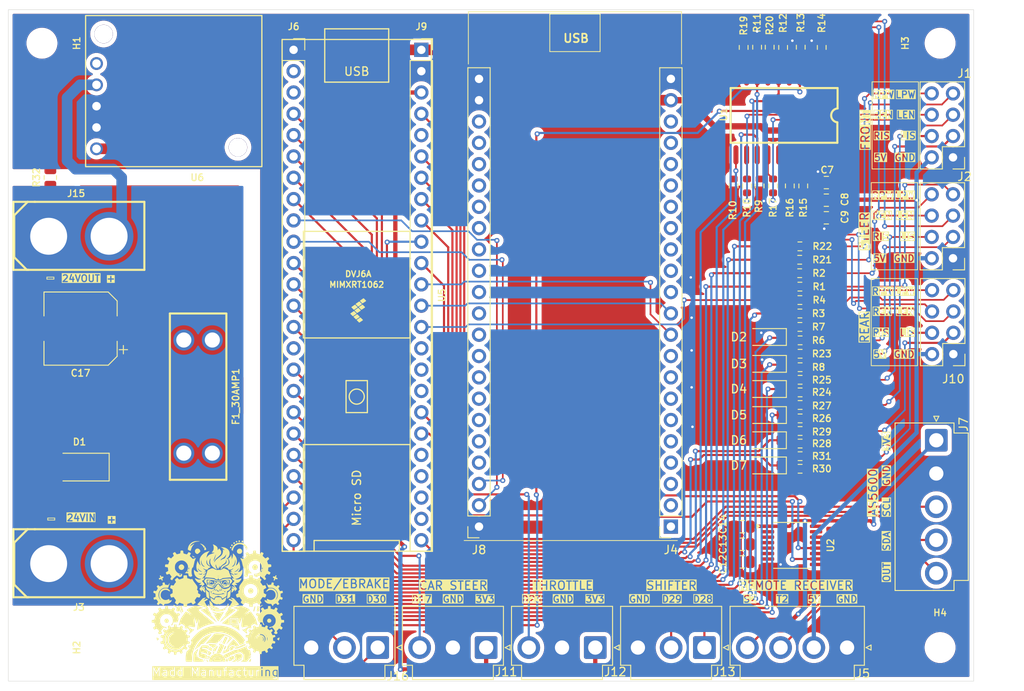
<source format=kicad_pcb>
(kicad_pcb (version 20241229) (generator "pcbnew") (generator_version "9.0")
  (layers (0 "F.Cu" signal) (2 "B.Cu" signal) (13 "F.Paste" user) (15 "B.Paste" user) (5 "F.SilkS" user "F.Silkscreen") (7 "B.SilkS" user "B.Silkscreen") (1 "F.Mask" user) (3 "B.Mask" user) (25 "Edge.Cuts" user))
  (net 0 "")
  (net 1 "+5V")
  (net 2 "GND")
  (net 3 "/PIN_38")
  (net 4 "/PIN_39")
  (net 5 "/PIN_FRONT_LEN")
  (net 6 "+3.3V")
  (net 7 "/FRONT_L_IS")
  (net 8 "GNDPWR")
  (net 9 "/PIN_FRONT_LPWM")
  (net 11 "/FRONT_R_IS")
  (net 12 "/STEER_L_IS")
  (net 13 "/STEER_R_IS")
  (net 14 "/T2")
  (net 15 "/PIN_STEER_LPWM")
  (net 16 "/S2")
  (net 17 "/PIN_STEER_RPWM")
  (net 18 "/PIN_30")
  (net 19 "/PIN_STEER_LEN")
  (net 20 "/PIN_29")
  (net 21 "/PIN_STEER_REN")
  (net 22 "/PIN_9")
  (net 23 "/PIN_3")
  (net 24 "/PIN_31")
  (net 25 "/PIN_27")
  (net 26 "/PIN_19")
  (net 27 "/PIN_20")
  (net 28 "/PIN_21")
  (net 29 "/PIN_22")
  (net 30 "/PIN_23")
  (net 31 "/PIN_24")
  (net 32 "Net-(U1-1Y1)")
  (net 33 "/PIN_REAR_RPWM")
  (net 34 "Net-(U1-1Y2)")
  (net 35 "Net-(U1-1Y3)")
  (net 36 "Net-(U1-1Y4)")
  (net 37 "/PIN_REAR_REN")
  (net 38 "/PIN_FRONT_RPWM")
  (net 39 "Net-(U1-2Y1)")
  (net 40 "Net-(U1-2Y2)")
  (net 41 "/PIN_12")
  (net 42 "/PIN_7")
  (net 43 "/PIN_FRONT_REN")
  (net 44 "/PIN_18")
  (net 45 "/PIN_17")
  (net 46 "/PIN_8")
  (net 47 "/PIN_15")
  (net 48 "/PIN_13")
  (net 49 "/PIN_32")
  (net 50 "/PIN_28")
  (net 51 "/PIN_26")
  (net 52 "/PIN_25")
  (net 54 "/PIN_4")
  (net 55 "/PIN_2")
  (net 56 "/PIN_0")
  (net 59 "/PIN_5")
  (net 61 "/PIN_1")
  (net 62 "/PIN_6")
  (net 63 "/OUT")
  (net 64 "/PIN_14")
  (net 65 "/REAR_L_IS")
  (net 66 "/REAR_R_IS")
  (net 67 "/PIN_REAR_LPWM")
  (net 68 "/PIN_REAR_LEN")
  (net 69 "/PIN_11")
  (net 70 "/PIN_10")
  (net 71 "Net-(J6-Pin_15)")
  (net 72 "/PIN_33")
  (net 74 "Net-(J9-Pin_22)")
  (net 76 "Net-(J9-Pin_21)")
  (net 77 "Net-(J9-Pin_15)")
  (net 79 "Net-(J9-Pin_20)")
  (net 80 "Net-(J9-Pin_17)")
  (net 81 "Net-(J9-Pin_23)")
  (net 83 "Net-(J9-Pin_16)")
  (net 84 "+24V")
  (net 85 "/24VIN")
  (net 92 "Net-(J4-Pin_1)")
  (net 93 "Net-(J4-Pin_15)")
  (net 94 "Net-(J4-Pin_2)")
  (net 95 "Net-(J4-Pin_3)")
  (net 96 "Net-(J4-Pin_13)")
  (net 97 "Net-(J4-Pin_17)")
  (net 98 "Net-(J4-Pin_8)")
  (net 99 "Net-(J4-Pin_6)")
  (net 100 "Net-(J4-Pin_9)")
  (net 101 "Net-(J4-Pin_5)")
  (net 102 "Net-(J4-Pin_20)")
  (net 103 "Net-(J4-Pin_19)")
  (net 104 "Net-(J4-Pin_16)")
  (net 105 "Net-(J4-Pin_14)")
  (net 106 "Net-(J4-Pin_4)")
  (net 107 "Net-(J4-Pin_7)")
  (net 108 "Net-(J4-Pin_18)")
  (net 109 "Net-(J4-Pin_12)")
  (net 110 "Net-(J8-Pin_11)")
  (net 111 "Net-(J8-Pin_14)")
  (net 112 "Net-(J8-Pin_20)")
  (net 113 "Net-(J8-Pin_19)")
  (net 114 "Net-(J8-Pin_6)")
  (net 115 "Net-(J8-Pin_18)")
  (net 116 "Net-(J8-Pin_15)")
  (net 117 "Net-(J8-Pin_17)")
  (net 118 "Net-(J8-Pin_5)")
  (net 119 "Net-(J8-Pin_8)")
  (net 120 "Net-(J8-Pin_10)")
  (net 121 "Net-(J8-Pin_4)")
  (net 122 "Net-(J8-Pin_12)")
  (net 123 "Net-(J8-Pin_7)")
  (net 124 "Net-(J8-Pin_16)")
  (net 125 "Net-(J8-Pin_13)")
  (net 126 "Net-(J8-Pin_9)")
  (footprint "Resistor_SMD:R_0603_1608Metric" (layer "F.Cu") (at 169.5 57 -90)
    (property "Reference" "R9")
    (property "Value" "10k")
  )
  (footprint "Resistor_SMD:R_0603_1608Metric" (layer "F.Cu") (at 174.3 73.8 180)
    (property "Reference" "R7")
    (property "Value" "3.3k")
  )
  (footprint "Resistor_SMD:R_0603_1608Metric" (layer "F.Cu") (at 174.325 89.2)
    (property "Reference" "R31")
    (property "Value" "1.8k")
  )
  (footprint "Resistor_SMD:R_0603_1608Metric" (layer "F.Cu") (at 172.3 40.5 90)
    (property "Reference" "R12")
    (property "Value" "10k")
  )
  (footprint "Library:D24V50F5" (layer "F.Cu") (at 89.2 36.705 -90)
    (property "Reference" "U6")
    (property "Value" "D24V50F5")
  )
  (footprint "Capacitor_SMD:C_0805_2012Metric" (layer "F.Cu") (at 167.4325 99.695 180)
    (property "Reference" "C13")
    (property "Value" "1uF")
  )
  (footprint "Resistor_SMD:R_0603_1608Metric" (layer "F.Cu") (at 176.9 40.5 90)
    (property "Reference" "R14")
    (property "Value" "10k")
  )
  (footprint "Connector_PinHeader_2.54mm:PinHeader_2x04_P2.54mm_Vertical" (layer "F.Cu") (at 192.54 53.6 180)
    (property "Reference" "J1")
    (property "Value" "Conn_02x04_Odd_Even")
  )
  (footprint "Resistor_SMD:R_0603_1608Metric" (layer "F.Cu") (at 174.7 57 -90)
    (property "Reference" "R15")
    (property "Value" "33R")
  )
  (footprint "MountingHole:MountingHole_3.2mm_M3" (layer "F.Cu") (at 84 40 -90)
    (property "Reference" "H1")
    (property "Value" "MountingHole")
  )
  (footprint "Capacitor_SMD:C_0805_2012Metric" (layer "F.Cu") (at 167.4325 97.595 180)
    (property "Reference" "C14")
    (property "Value" "10uF")
  )
  (footprint "Capacitor_SMD:C_0805_2012Metric" (layer "F.Cu") (at 177.45 56.6 180)
    (property "Reference" "C7")
    (property "Value" "100nF")
  )
  (footprint "MountingHole:MountingHole_3.2mm_M3" (layer "F.Cu") (at 191 40 90)
    (property "Reference" "H3")
    (property "Value" "MountingHole")
  )
  (footprint "Capacitor_SMD:C_0805_2012Metric" (layer "F.Cu") (at 167.4325 101.795 180)
    (property "Reference" "C12")
    (property "Value" "100nF")
  )
  (footprint "Resistor_SMD:R_0603_1608Metric" (layer "F.Cu") (at 174.275 67.4)
    (property "Reference" "R2")
    (property "Value" "33R")
  )
  (footprint "Resistor_SMD:R_0603_1608Metric" (layer "F.Cu") (at 174.325 84.7 180)
    (property "Reference" "R26")
    (property "Value" "3.3k")
  )
  (footprint "Resistor_SMD:R_0603_1608Metric" (layer "F.Cu") (at 171.1 57 -90)
    (property "Reference" "R17")
    (property "Value" "33R")
  )
  (footprint "Diode_SMD:D_SOD-123" (layer "F.Cu") (at 170.325 90.3 180)
    (property "Reference" "D7")
    (property "Value" "3.4V")
  )
  (footprint "Library:JST_VH_B4P-VH-B_1x04_P3.96mm_Vertical" (layer "F.Cu") (at 179.92 112 180)
    (property "Reference" "J5")
    (property "Value" "Conn_01x04")
  )
  (footprint "Resistor_SMD:R_0603_1608Metric" (layer "F.Cu") (at 166.4 57 -90)
    (property "Reference" "R10")
    (property "Value" "10k")
  )
  (footprint "Resistor_SMD:R_0603_1608Metric" (layer "F.Cu") (at 174.325 75.4)
    (property "Reference" "R6")
    (property "Value" "1.8k")
  )
  (footprint "Resistor_SMD:R_0603_1608Metric" (layer "F.Cu") (at 174.325 83.1)
    (property "Reference" "R27")
    (property "Value" "1.8k")
  )
  (footprint "Resistor_SMD:R_0805_2012Metric" (layer "F.Cu") (at 85 56 90)
    (property "Reference" "R32")
    (property "Value" "0R")
  )
  (footprint "Diode_SMD:D_SOD-123" (layer "F.Cu") (at 170.325 87.3 180)
    (property "Reference" "D6")
    (property "Value" "3.4V")
  )
  (footprint "Resistor_SMD:R_0603_1608Metric" (layer "F.Cu") (at 174.325 78.6 180)
    (property "Reference" "R8")
    (property "Value" "3.3k")
  )
  (footprint "Resistor_SMD:R_0603_1608Metric" (layer "F.Cu") (at 174.3 64.2)
    (property "Reference" "R22")
    (property "Value" "33R")
  )
  (footprint "Capacitor_SMD:CP_Elec_8x10.5" (layer "F.Cu") (at 88.6 74 180)
    (property "Reference" "C17")
    (property "Value" "220uF/35V")
  )
  (footprint "Package_SO:TSSOP-16_4.4x5mm_P0.65mm" (layer "F.Cu") (at 173.3625 99.825)
    (property "Reference" "U2")
    (property "Value" "CD74HC4050")
  )
  (footprint "Connector_PinSocket_2.54mm:PinSocket_1x24_P2.54mm_Vertical" (layer "F.Cu") (at 129.2 40.79)
    (property "Reference" "J9")
    (property "Value" "Conn_01x24")
  )
  (footprint "Resistor_SMD:R_0603_1608Metric" (layer "F.Cu") (at 174.325 87.7 180)
    (property "Reference" "R28")
    (property "Value" "3.3k")
  )
  (footprint "Diode_SMD:D_SOD-123" (layer "F.Cu") (at 170.325 81.2 180)
    (property "Reference" "D4")
    (property "Value" "3.4V")
  )
  (footprint "Library:FUSE-TH_4P-L19.8-W6.7_3557-2" (layer "F.Cu") (at 102.6 82.1 -90)
    (property "Reference" "F1_30AMP1")
    (property "Value" "Fuse")
  )
  (footprint "Resistor_SMD:R_0603_1608Metric" (layer "F.Cu") (at 174.275 65.8)
    (property "Reference" "R21")
    (property "Value" "33R")
  )
  (footprint "Library:CONN-TH_XT60" (layer "F.Cu") (at 88.4 63)
    (property "Reference" "J15")
    (property "Value" "XT60-M.")
  )
  (footprint "Connector_PinHeader_2.54mm:PinHeader_2x04_P2.54mm_Vertical" (layer "F.Cu") (at 192.54 65.62 180)
    (property "Reference" "J2")
    (property "Value" "Conn_02x04_Odd_Even")
  )
  (footprint "Resistor_SMD:R_0603_1608Metric" (layer "F.Cu") (at 168 57 -90)
    (property "Reference" "R18")
    (property "Value" "33R")
  )
  (footprint "Resistor_SMD:R_0603_1608Metric" (layer "F.Cu") (at 170.7 40.475 90)
    (property "Reference" "R20")
    (property "Value" "33R")
  )
  (footprint "Resistor_SMD:R_0603_1608Metric" (layer "F.Cu") (at 174.3 69)
    (property "Reference" "R1")
    (property "Value" "33R")
  )
  (footprint "LOGO" (layer "F.Cu") (at 105 106.5)
    (property "Reference" "G***" (hide yes))
    (property "Value" "LOGO" (hide yes))
  )
  (footprint "Library:JST_VH_B3P-VH-B_1x03_P3.96mm_Vertical" (layer "F.Cu") (at 136.92 112 180)
    (property "Reference" "J11")
    (property "Value" "Conn_01x03")
  )
  (footprint "Library:SOIC-20_L12.8-W7.5-P1.27-LS10.3-BL" (layer "F.Cu") (at 172.4 48.6 180)
    (property "Reference" "U1")
    (property "Value" "SN74AHCT244")
  )
  (footprint "Diode_SMD:D_SMA" (layer "F.Cu") (at 88.5 90.5 180)
    (property "Reference" "D1")
    (property "Value" "SMAJ33A")
  )
  (footprint "Resistor_SMD:R_0603_1608Metric" (layer "F.Cu") (at 174.4 40.475 90)
    (property "Reference" "R13")
    (property "Value" "10k")
  )
  (footprint "Diode_SMD:D_SOD-123" (layer "F.Cu") (at 170.325 75 180)
    (property "Reference" "D2")
    (property "Value" "3.4V")
  )
  (footprint "Connector_PinHeader_2.54mm:PinHeader_2x04_P2.54mm_Vertical" (layer "F.Cu") (at 192.58 77.04 180)
    (property "Reference" "J10")
    (property "Value" "Conn_02x04_Odd_Even")
  )
  (footprint "Connector_PinSocket_2.54mm:PinSocket_1x22_P2.54mm_Vertical" (layer "F.Cu") (at 158.93 97.59 180)
    (property "Reference" "J4")
    (property "Value" "Conn_01x22")
  )
  (footprint "Resistor_SMD:R_0603_1608Metric" (layer "F.Cu") (at 174.325 81.6 180)
    (property "Reference" "R24")
    (property "Value" "3.3k")
  )
  (footprint "Resistor_SMD:R_0603_1608Metric" (layer "F.Cu") (at 167.6 40.5 90)
    (property "Reference" "R19")
    (property "Value" "33R")
  )
  (footprint "Library:Teensy41" (layer "F.Cu") (at 121.5 70.035 -90)
    (property "Reference" "U5")
    (property "Value" "Teensy4.1")
  )
  (footprint "Resistor_SMD:R_0603_1608Metric" (layer "F.Cu") (at 174.3 70.6)
    (property "Reference" "R4")
    (property "Value" "33R")
  )
  (footprint "Diode_SMD:D_SOD-123" (layer "F.Cu") (at 170.325 84.3 180)
    (property "Reference" "D5")
    (property "Value" "3.4V")
  )
  (footprint "Resistor_SMD:R_0603_1608Metric" (layer "F.Cu") (at 169.2 40.475 90)
    (property "Reference" "R11")
    (property "Value" "10k")
  )
  (footprint "MountingHole:MountingHole_3.2mm_M3" (layer "F.Cu") (at 84 112 -90)
    (property "Reference" "H2")
    (property "Value" "MountingHole")
  )
  (footprint "Library:JST_VH_B3P-VH-B_1x03_P3.96mm_Vertical" (layer "F.Cu") (at 149.92 112 180)
    (property "Reference" "J12")
    (property "Value" "Conn_01x03")
  )
  (footprint "Diode_SMD:D_SOD-123" (layer "F.Cu") (at 170.325 78.2 180)
    (property "Reference" "D3")
    (property "Value" "3.4V")
  )
  (footprint "Connector_PinSocket_2.54mm:PinSocket_1x22_P2.54mm_Vertical" (layer "F.Cu") (at 136.07 97.59 180)
    (property "Reference" "J8")
    (property "Value" "Conn_01x22")
  )
  (footprint "Library:JST_VH_B3P-VH-B_1x03_P3.96mm_Vertical" (layer "F.Cu") (at 162.92 112 180)
    (property "Reference" "J13")
    (property "Value" "Conn_01x03")
  )
  (footprint "Capacitor_SMD:C_0805_2012Metric" (layer "F.Cu") (at 177.45 58.7 180)
    (property "Reference" "C8")
    (property "Value" "1uF")
  )
  (footprint "Resistor_SMD:R_0603_1608Metric" (layer "F.Cu") (at 174.3 72.2)
    (property "Reference" "R3")
    (property "Value" "33R")
  )
  (footprint "Capacitor_SMD:C_0805_2012Metric" (layer "F.Cu") (at 177.45 60.8 180)
    (property "Reference" "C9")
    (property "Value" "10uF")
  )
  (footprint "Library:CONN-TH_XT60" (layer "F.Cu") (at 88.4 102)
    (property "Reference" "J3")
    (property "Value" "XT60-M.")
  )
  (footprint "Resistor_SMD:R_0603_1608Metric" (layer "F.Cu") (at 173.1 57 -90)
    (property "Reference" "R16")
    (property "Value" "33R")
  )
  (footprint "Resistor_SMD:R_0603_1608Metric" (layer "F.Cu") (at 174.325 77)
    (property "Reference" "R23")
    (property "Value" "1.8k")
  )
  (footprint "Resistor_SMD:R_0603_1608Metric" (layer "F.Cu") (at 174.325 86.2)
    (property "Reference" "R29")
    (property "Value" "1.8k")
  )
  (footprint "Resistor_SMD:R_0603_1608Metric" (layer "F.Cu") (at 174.325 90.7 180)
    (property "Reference" "R30")
    (property "Value" "3.3k")
  )
  (footprint "Library:JST_VH_B3P-VH-B_1x03_P3.96mm_Vertical" (layer "F.Cu") (at 124 112 180)
    (property "Reference" "J16")
    (property "Value" "Conn_01x03")
  )
  (footprint "Connector_PinSocket_2.54mm:PinSocket_1x24_P2.54mm_Vertical" (layer "F.Cu") (at 113.98 40.79)
    (property "Reference" "J6")
    (property "Value" "Conn_01x24")
  )
  (footprint "Resistor_SMD:R_0603_1608Metric" (layer "F.Cu") (at 174.325 80.1)
    (property "Reference" "R25")
    (property "Value" "1.8k")
  )
  (footprint "MountingHole:MountingHole_3.2mm_M3" (layer "F.Cu") (at 191 112)
    (property "Reference" "H4")
    (property "Value" "MountingHole")
  )
  (footprint "Library:JST_VH_B5P-VH-B_1x05_P3.96mm_Vertical" (layer "F.Cu") (at 190.55 87.3025 -90)
    (property "Reference" "J7")
    (property "Value" "Conn_01x05")
  )
  (gr_line (start 160.2 36.25) (end 134.8 36.25) (stroke (width 0.1)) (layer "F.SilkS"))
  (gr_rect (start 182.9 44.6) (end 188.42 54.98) (stroke (width 0.1)) (fill no) (layer "F.SilkS"))
  (gr_rect (start 182.8 56.61) (end 188.32 66.99) (stroke (width 0.1)) (fill no) (layer "F.SilkS"))
  (gr_line (start 160.2 36.25) (end 160.2 42.48) (stroke (width 0.1)) (layer "F.SilkS"))
  (gr_rect (start 144.5 36.5) (end 150.5 41) (stroke (width 0.1)) (fill no) (layer "F.SilkS"))
  (gr_line (start 134.8 36.25) (end 134.8 42.48) (stroke (width 0.1)) (layer "F.SilkS"))
  (gr_line (start 159.7 99.25) (end 134.3 99.25) (stroke (width 0.1)) (layer "F.SilkS"))
  (gr_rect (start 182.8 68.04) (end 188.32 78.42) (stroke (width 0.1)) (fill no) (layer "F.SilkS"))
  (gr_rect (start 80 36) (end 195 116) (stroke (width 0.05)) (fill no) (layer "Edge.Cuts"))
  (gr_text "SDA" (at 185.1 98.1 90) (layer "F.SilkS" knockout) (effects (font (size 0.8 0.8) (thickness 0.15) (bold yes)) (justify right bottom)))
  (gr_text "RPW" (at 185.6 46.6 0) (layer "F.SilkS" knockout) (effects (font (size 0.8 0.8) (thickness 0.15) (bold yes)) (justify right bottom)))
  (gr_text "Madd Manufacturing" (at 97 115.5 0) (layer "F.SilkS" knockout) (effects (font (size 1 1) (thickness 0.1)) (justify left bottom)))
  (gr_text "LIS" (at 186.1 63.51 0) (layer "F.SilkS" knockout) (effects (font (size 0.8 0.8) (thickness 0.15) (bold yes)) (justify left bottom)))
  (gr_text "GND" (at 147.4 106.7 0) (layer "F.SilkS" knockout) (effects (font (size 0.8 0.8) (thickness 0.15) (bold yes)) (justify right bottom)))
  (gr_text "D23" (at 143.6 106.7 0) (layer "F.SilkS" knockout) (effects (font (size 0.8 0.8) (thickness 0.15) (bold yes)) (justify right bottom)))
  (gr_text "RPW" (at 185.5 70.04 0) (layer "F.SilkS" knockout) (effects (font (size 0.8 0.8) (thickness 0.15) (bold yes)) (justify right bottom)))
  (gr_text "RPW" (at 185.5 58.61 0) (layer "F.SilkS" knockout) (effects (font (size 0.8 0.8) (thickness 0.15) (bold yes)) (justify right bottom)))
  (gr_text "LPW" (at 185.5 58.61 0) (layer "F.SilkS" knockout) (effects (font (size 0.8 0.8) (thickness 0.15) (bold yes)) (justify left bottom)))
  (gr_text "REN" (at 185.5 49 0) (layer "F.SilkS" knockout) (effects (font (size 0.8 0.8) (thickness 0.15) (bold yes)) (justify right bottom)))
  (gr_text "THROTTLE" (at 146.1 105.2 0) (layer "F.SilkS" knockout) (effects (font (size 1 1) (thickness 0.15) (bold yes)) (justify bottom)))
  (gr_text "RIS" (at 185.1 51.5 0) (layer "F.SilkS" knockout) (effects (font (size 0.8 0.8) (thickness 0.15) (bold yes)) (justify right bottom)))
  (gr_text "LPW" (at 185.6 46.6 0) (layer "F.SilkS" knockout) (effects (font (size 0.8 0.8) (thickness 0.15) (bold yes)) (justify left bottom)))
  (gr_text "LEN" (at 185.628571 61.01 0) (layer "F.SilkS" knockout) (effects (font (size 0.8 0.8) (thickness 0.15) (bold yes)) (justify left bottom)))
  (gr_text "GND" (at 117.6 106.7 0) (layer "F.SilkS" knockout) (effects (font (size 0.8 0.8) (thickness 0.15) (bold yes)) (justify right bottom)))
  (gr_text "STEER" (at 182.6 62.41 90) (layer "F.SilkS" knockout) (effects (font (size 1 1) (thickness 0.15) (bold yes)) (justify bottom)))
  (gr_text "MODE/EBRAKE" (at 125.5 105 0) (layer "F.SilkS" knockout) (effects (font (size 1 1) (thickness 0.15) (bold yes)) (justify right bottom)))
  (gr_text "FRONT" (at 182.7 50.4 90) (layer "F.SilkS" knockout) (effects (font (size 1 1) (thickness 0.15) (bold yes)) (justify bottom)))
  (gr_text "OUT" (at 185.1 101.8 90) (layer "F.SilkS" knockout) (effects (font (size 0.8 0.8) (thickness 0.15) (bold yes)) (justify right bottom)))
  (gr_text "GND" (at 185.5 54.1 0) (layer "F.SilkS" knockout) (effects (font (size 0.8 0.8) (thickness 0.15) (bold yes)) (justify left bottom)))
  (gr_text "24VIN" (at 90.5 97 0) (layer "F.SilkS" knockout) (effects (font (size 0.8 0.8) (thickness 0.15) (bold yes)) (justify right bottom)))
  (gr_text "CAR STEER" (at 133 105.2 0) (layer "F.SilkS" knockout) (effects (font (size 1 1) (thickness 0.15) (bold yes)) (justify bottom)))
  (gr_text "GND" (at 185.4 77.54 0) (layer "F.SilkS" knockout) (effects (font (size 0.8 0.8) (thickness 0.15) (bold yes)) (justify left bottom)))
  (gr_text "GND" (at 185.4 66.11 0) (layer "F.SilkS" knockout) (effects (font (size 0.8 0.8) (thickness 0.15) (bold yes)) (justify left bottom)))
  (gr_text "REN" (at 185.4 72.44 0) (layer "F.SilkS" knockout) (effects (font (size 0.8 0.8) (thickness 0.15) (bold yes)) (justify right bottom)))
  (gr_text "D31" (at 121.4 106.7 0) (layer "F.SilkS" knockout) (effects (font (size 0.8 0.8) (thickness 0.15) (bold yes)) (justify right bottom)))
  (gr_text "S2" (at 169.2 106.7 0) (layer "F.SilkS" knockout) (effects (font (size 0.8 0.8) (thickness 0.15) (bold yes)) (justify right bottom)))
  (gr_text "3V3" (at 138 106.7 0) (layer "F.SilkS" knockout) (effects (font (size 0.8 0.8) (thickness 0.15) (bold yes)) (justify right bottom)))
  (gr_text "LIS" (at 186.2 51.5 0) (layer "F.SilkS" knockout) (effects (font (size 0.8 0.8) (thickness 0.15) (bold yes)) (justify left bottom)))
  (gr_text "LPW" (at 185.5 70.04 0) (layer "F.SilkS" knockout) (effects (font (size 0.8 0.8) (thickness 0.15) (bold yes)) (justify left bottom)))
  (gr_text "T2" (at 173 106.7 0) (layer "F.SilkS" knockout) (effects (font (size 0.8 0.8) (thickness 0.15) (bold yes)) (justify right bottom)))
  (gr_text "D30" (at 125.1 106.7 0) (layer "F.SilkS" knockout) (effects (font (size 0.8 0.8) (thickness 0.15) (bold yes)) (justify right bottom)))
  (gr_text "+" (at 92.9 97.2 0) (layer "F.SilkS" knockout) (effects (font (size 0.8 0.8) (thickness 0.15) (bold yes)) (justify right bottom)))
  (gr_text "RIS" (at 185 74.94 0) (layer "F.SilkS" knockout) (effects (font (size 0.8 0.8) (thickness 0.15) (bold yes)) (justify right bottom)))
  (gr_text "LEN" (at 185.628571 72.44 0) (layer "F.SilkS" knockout) (effects (font (size 0.8 0.8) (thickness 0.15) (bold yes)) (justify left bottom)))
  (gr_text "SCL" (at 185.1 94.1 90) (layer "F.SilkS" knockout) (effects (font (size 0.8 0.8) (thickness 0.15) (bold yes)) (justify right bottom)))
  (gr_text "24VOUT" (at 91 68.5 0) (layer "F.SilkS" knockout) (effects (font (size 0.8 0.8) (thickness 0.15) (bold yes)) (justify right bottom)))
  (gr_text "5V" (at 184.6 77.54 0) (layer "F.SilkS" knockout) (effects (font (size 0.8 0.8) (thickness 0.15) (bold yes)) (justify right bottom)))
  (gr_text "D28" (at 164 106.7 0) (layer "F.SilkS" knockout) (effects (font (size 0.8 0.8) (thickness 0.15) (bold yes)) (justify right bottom)))
  (gr_text "GND" (at 185.1 90.2 90) (layer "F.SilkS" knockout) (effects (font (size 0.8 0.8) (thickness 0.15) (bold yes)) (justify right bottom)))
  (gr_text "REMOTE RECEIVER" (at 173.8 105.2 0) (layer "F.SilkS" knockout) (effects (font (size 1 1) (thickness 0.15) (bold yes)) (justify bottom)))
  (gr_text "RIS" (at 185 63.51 0) (layer "F.SilkS" knockout) (effects (font (size 0.8 0.8) (thickness 0.15) (bold yes)) (justify right bottom)))
  (gr_text "3V3" (at 151.1 106.7 0) (layer "F.SilkS" knockout) (effects (font (size 0.8 0.8) (thickness 0.15) (bold yes)) (justify right bottom)))
  (gr_text "-" (at 85.7 97.1 0) (layer "F.SilkS" knockout) (effects (font (size 0.8 0.8) (thickness 0.15) (bold yes)) (justify right bottom)))
  (gr_text "5V" (at 184.6 66.11 0) (layer "F.SilkS" knockout) (effects (font (size 0.8 0.8) (thickness 0.15) (bold yes)) (justify right bottom)))
  (gr_text "USB" (at 146 40 0) (layer "F.SilkS") (effects (font (size 1 1) (thickness 0.2) (bold yes)) (justify left bottom)))
  (gr_text "5V" (at 184.7 54.1 0) (layer "F.SilkS" knockout) (effects (font (size 0.8 0.8) (thickness 0.15) (bold yes)) (justify right bottom)))
  (gr_text "LEN" (at 185.728571 49 0) (layer "F.SilkS" knockout) (effects (font (size 0.8 0.8) (thickness 0.15) (bold yes)) (justify left bottom)))
  (gr_text "SHIFTER" (at 159 105.2 0) (layer "F.SilkS" knockout) (effects (font (size 1 1) (thickness 0.15) (bold yes)) (justify bottom)))
  (gr_text "D17" (at 130.5 106.7 0) (layer "F.SilkS" knockout) (effects (font (size 0.8 0.8) (thickness 0.15) (bold yes)) (justify right bottom)))
  (gr_text "LIS" (at 186.1 74.94 0) (layer "F.SilkS" knockout) (effects (font (size 0.8 0.8) (thickness 0.15) (bold yes)) (justify left bottom)))
  (gr_text "GND" (at 179.9 106.7 0) (layer "F.SilkS" knockout) (effects (font (size 0.8 0.8) (thickness 0.15) (bold yes)) (justify bottom)))
  (gr_text "GND" (at 156.5 106.7 0) (layer "F.SilkS" knockout) (effects (font (size 0.8 0.8) (thickness 0.15) (bold yes)) (justify right bottom)))
  (gr_text "-" (at 85.6 68.4 0) (layer "F.SilkS" knockout) (effects (font (size 0.8 0.8) (thickness 0.15) (bold yes)) (justify right bottom)))
  (gr_text "+" (at 92.8 68.5 0) (layer "F.SilkS" knockout) (effects (font (size 0.8 0.8) (thickness 0.15) (bold yes)) (justify right bottom)))
  (gr_text "D29" (at 160.3 106.7 0) (layer "F.SilkS" knockout) (effects (font (size 0.8 0.8) (thickness 0.15) (bold yes)) (justify right bottom)))
  (gr_text "5V" (at 176.8 106.7 0) (layer "F.SilkS" knockout) (effects (font (size 0.8 0.8) (thickness 0.15) (bold yes)) (justify right bottom)))
  (gr_text "GND" (at 134.3 106.7 0) (layer "F.SilkS" knockout) (effects (font (size 0.8 0.8) (thickness 0.15) (bold yes)) (justify right bottom)))
  (gr_text "AS5600" (at 183.6 93.5 90) (layer "F.SilkS" knockout) (effects (font (size 1 1) (thickness 0.15) (bold yes)) (justify bottom)))
  (gr_text "REN" (at 185.4 61.01 0) (layer "F.SilkS" knockout) (effects (font (size 0.8 0.8) (thickness 0.15) (bold yes)) (justify right bottom)))
  (gr_text "3V3" (at 185.1 87.4 90) (layer "F.SilkS" knockout) (effects (font (size 0.8 0.8) (thickness 0.15) (bold yes)) (justify bottom)))
  (gr_text "REAR" (at 182.6 73.84 90) (layer "F.SilkS" knockout) (effects (font (size 1 1) (thickness 0.15) (bold yes)) (justify bottom)))
  (segment (start 177.1 50.4) (end 178.11 51.41) (width 0.75) (layer "F.Cu") (net 1))
  (segment (start 102.33 47.67) (end 102.33 41.37) (width 1.27) (layer "F.Cu") (net 1))
  (segment (start 90.5 52.58) (end 97.42 52.58) (width 1.27) (layer "F.Cu") (net 1))
  (segment (start 178.4 56.6) (end 178.4 60.8) (width 0.508) (layer "F.Cu") (net 1))
  (segment (start 146.49 40.79) (end 129.2 40.79) (width 1.27) (layer "F.Cu") (net 1))
  (segment (start 105.7 38) (end 124.7 38) (width 1.27) (layer "F.Cu") (net 1))
  (segment (start 188.1434 58.6434) (end 188.2 58.7) (width 0.508) (layer "F.Cu") (net 1))
  (segment (start 169.639548 49.9) (end 170.139548 50.4) (width 0.75) (layer "F.Cu") (net 1))
  (segment (start 181.1434 58.7) (end 178.4 58.7) (width 0.508) (layer "F.Cu") (net 1))
  (segment (start 181.2 58.6434) (end 188.1434 58.6434) (width 0.508) (layer "F.Cu") (net 1))
  (segment (start 178.4 54.8) (end 178.4 56.6) (width 0.508) (layer "F.Cu") (net 1))
  (segment (start 164.1 49.9) (end 169.639548 49.9) (width 0.75) (layer "F.Cu") (net 1))
  (segment (start 102.33 41.37) (end 105.7 38) (width 1.27) (layer "F.Cu") (net 1))
  (segment (start 178.11 54.51) (end 178.4 54.8) (width 0.508) (layer "F.Cu") (net 1))
  (segment (start 152.49 46.79) (end 146.49 40.79) (width 1.27) (layer "F.Cu") (net 1))
  (segment (start 158.93 46.79) (end 152.49 46.79) (width 1.27) (layer "F.Cu") (net 1))
  (segment (start 178.11 53.3) (end 178.11 54.51) (width 0.508) (layer "F.Cu") (net 1))
  (segment (start 178.11 51.41) (end 178.11 53.3) (width 0.75) (layer "F.Cu") (net 1))
  (segment (start 170.139548 50.4) (end 177.1 50.4) (width 0.75) (layer "F.Cu") (net 1))
  (segment (start 158.93 46.79) (end 160.99 46.79) (width 0.75) (layer "F.Cu") (net 1))
  (segment (start 160.99 46.79) (end 164.1 49.9) (width 0.75) (layer "F.Cu") (net 1))
  (segment (start 127.49 40.79) (end 129.2 40.79) (width 1.27) (layer "F.Cu") (net 1))
  (segment (start 97.42 52.58) (end 102.33 47.67) (width 1.27) (layer "F.Cu") (net 1))
  (segment (start 124.7 38) (end 127.49 40.79) (width 1.27) (layer "F.Cu") (net 1))
  (via (at 188.2 58.7) (size 0.6) (drill 0.3) (layers "F.Cu" "B.Cu") (net 1))
  (segment (start 188.26 77.04) (end 190.04 77.04) (width 0.508) (layer "B.Cu") (net 1))
  (segment (start 188.2 58.7) (end 188.2 55.4) (width 0.508) (layer "B.Cu") (net 1))
  (segment (start 188.2 77.1) (end 188.2 86.4) (width 0.508) (layer "B.Cu") (net 1))
  (segment (start 180.5 94.1) (end 175.96 98.64) (width 0.508) (layer "B.Cu") (net 1))
  (segment (start 188.2 58.7) (end 188.2 65.6) (width 0.508) (layer "B.Cu") (net 1))
  (segment (start 188.2 86.4) (end 180.5 94.1) (width 0.508) (layer "B.Cu") (net 1))
  (segment (start 188.2 65.6) (end 188.22 65.62) (width 0.508) (layer "B.Cu") (net 1))
  (segment (start 188.2 65.6) (end 188.2 77.1) (width 0.508) (layer "B.Cu") (net 1))
  (segment (start 175.96 98.64) (end 175.96 112) (width 0.508) (layer "B.Cu") (net 1))
  (segment (start 188.2 55.4) (end 190 53.6) (width 0.508) (layer "B.Cu") (net 1))
  (segment (start 188.22 65.62) (end 190 65.62) (width 0.508) (layer "B.Cu") (net 1))
  (segment (start 188.2 77.1) (end 188.26 77.04) (width 0.508) (layer "B.Cu") (net 1))
  (segment (start 170.5 102.1) (end 172 102.1) (width 0.4064) (layer "F.Cu") (net 2))
  (via (at 161.4 81) (size 0.6) (drill 0.3) (layers "F.Cu" "B.Cu") (net 2))
  (via (at 161.5 85.7) (size 0.6) (drill 0.3) (layers "F.Cu" "B.Cu") (net 2))
  (via (at 173.4 39.7) (size 0.6) (drill 0.3) (layers "F.Cu" "B.Cu") (net 2))
  (via (at 169.2 38.6) (size 0.6) (drill 0.3) (layers "F.Cu" "B.Cu") (net 2))
  (via (at 169.8 77.7) (size 0.6) (drill 0.3) (layers "F.Cu" "B.Cu") (net 2))
  (via (at 172 102.1) (size 0.6) (drill 0.3) (layers "F.Cu" "B.Cu") (net 2))
  (via (at 175.7 39.7) (size 0.6) (drill 0.3) (layers "F.Cu" "B.Cu") (net 2))
  (via (at 176.45 55.3) (size 0.6) (drill 0.3) (layers "F.Cu" "B.Cu") (net 2))
  (via (at 161.4 76.6) (size 0.6) (drill 0.3) (layers "F.Cu" "B.Cu") (net 2))
  (via (at 161.4 72.7) (size 0.6) (drill 0.3) (layers "F.Cu" "B.Cu") (net 2))
  (via (at 177.2 62.1) (size 0.6) (drill 0.3) (layers "F.Cu" "B.Cu") (net 2))
  (via (at 161.3 67.9) (size 0.6) (drill 0.3) (layers "F.Cu" "B.Cu") (net 2))
  (via (at 169.7 74.5) (size 0.6) (drill 0.3) (layers "F.Cu" "B.Cu") (net 2))
  (via (at 170 58.8) (size 0.6) (drill 0.3) (layers "F.Cu" "B.Cu") (net 2))
  (segment (start 160.678 101.34) (end 131.973468 101.34) (width 0.254) (layer "F.Cu") (net 3))
  (segment (start 169.4 88.6) (end 170.7 87.3) (width 0.254) (layer "F.Cu") (net 3))
  (segment (start 173.5 87.7) (end 172.375 87.7) (width 0.2032) (layer "F.Cu") (net 3))
  (segment (start 170.7 87.3) (end 171.975 87.3) (width 0.254) (layer "F.Cu") (net 3))
  (segment (start 130.8 87.2) (end 130.11 86.51) (width 0.254) (layer "F.Cu") (net 3))
  (segment (start 161.845 88.6) (end 169.4 88.6) (width 0.254) (layer "F.Cu") (net 3))
  (segment (start 172.375 87.7) (end 171.975 87.3) (width 0.2032) (layer "F.Cu") (net 3))
  (segment (start 130.11 86.51) (end 129.2 86.51) (width 0.254) (layer "F.Cu") (net 3))
  (segment (start 160.85 101.168) (end 160.678 101.34) (width 0.254) (layer "F.Cu") (net 3))
  (segment (start 131.973468 101.34) (end 130.8 100.166532) (width 0.254) (layer "F.Cu") (net 3))
  (segment (start 130.8 100.166532) (end 130.8 87.2) (width 0.254) (layer "F.Cu") (net 3))
  (segment (start 161.220247 101.168) (end 160.85 101.168) (width 0.254) (layer "F.Cu") (net 3))
  (segment (start 173.5 86.2) (end 173.5 87.7) (width 0.2032) (layer "F.Cu") (net 3))
  (via (at 161.845 88.6) (size 0.6) (drill 0.3) (layers "F.Cu" "B.Cu") (net 3))
  (via (at 161.220247 101.168) (size 0.6) (drill 0.3) (layers "F.Cu" "B.Cu") (net 3))
  (segment (start 161.220247 100.797753) (end 161.9 100.118) (width 0.254) (layer "B.Cu") (net 3))
  (segment (start 161.9 100.118) (end 161.9 88.655) (width 0.254) (layer "B.Cu") (net 3))
  (segment (start 161.220247 101.168) (end 161.220247 100.797753) (width 0.254) (layer "B.Cu") (net 3))
  (segment (start 161.9 88.655) (end 161.845 88.6) (width 0.254) (layer "B.Cu") (net 3))
  (segment (start 170.8 90.3) (end 171.975 90.3) (width 0.254) (layer "F.Cu") (net 4))
  (segment (start 160.574733 100.604655) (end 160.130981 100.604655) (width 0.254) (layer "F.Cu") (net 4))
  (segment (start 159.850636 100.885) (end 132.161936 100.885) (width 0.254) (layer "F.Cu") (net 4))
  (segment (start 160.130981 100.604655) (end 159.850636 100.885) (width 0.254) (layer "F.Cu") (net 4))
  (segment (start 131.4 86.17) (end 129.2 83.97) (width 0.254) (layer "F.Cu") (net 4))
  (segment (start 173.5 89.2) (end 173.5 90.7) (width 0.2032) (layer "F.Cu") (net 4))
  (segment (start 131.4 100.123064) (end 131.4 86.17) (width 0.254) (layer "F.Cu") (net 4))
  (segment (start 169.555 89.055) (end 170.8 90.3) (width 0.254) (layer "F.Cu") (net 4))
  (segment (start 162.3 89.6) (end 162.845 89.055) (width 0.254) (layer "F.Cu") (net 4))
  (segment (start 172.375 90.7) (end 171.975 90.3) (width 0.2032) (layer "F.Cu") (net 4))
  (segment (start 173.5 90.7) (end 172.375 90.7) (width 0.2032) (layer "F.Cu") (net 4))
  (segment (start 162.845 89.055) (end 169.555 89.055) (width 0.254) (layer "F.Cu") (net 4))
  (segment (start 161.273 89.6) (end 162.3 89.6) (width 0.254) (layer "F.Cu") (net 4))
  (segment (start 132.161936 100.885) (end 131.4 100.123064) (width 0.254) (layer "F.Cu") (net 4))
  (via (at 160.574733 100.604655) (size 0.6) (drill 0.3) (layers "F.Cu" "B.Cu") (net 4))
  (via (at 161.273 89.6) (size 0.6) (drill 0.3) (layers "F.Cu" "B.Cu") (net 4))
  (segment (start 160.574733 100.160903) (end 161.273 99.462636) (width 0.254) (layer "B.Cu") (net 4))
  (segment (start 160.574733 100.604655) (end 160.574733 100.160903) (width 0.254) (layer "B.Cu") (net 4))
  (segment (start 161.273 99.462636) (end 161.273 89.6) (width 0.254) (layer "B.Cu") (net 4))
  (segment (start 171.1 58.7) (end 171.1 57.825) (width 0.2032) (layer "F.Cu") (net 5))
  (segment (start 189 49.8) (end 191.26 49.8) (width 0.2032) (layer "F.Cu") (net 5))
  (segment (start 191.26 49.8) (end 192.54 48.52) (width 0.2032) (layer "F.Cu") (net 5))
  (segment (start 171.1 49.1216) (end 188.3216 49.1216) (width 0.2032) (layer "F.Cu") (net 5))
  (segment (start 188.3216 49.1216) (end 189 49.8) (width 0.2032) (layer "F.Cu") (net 5))
  (via (at 171.1 49.1216) (size 0.6) (drill 0.3) (layers "F.Cu" "B.Cu") (net 5))
  (via (at 171.1 58.7) (size 0.6) (drill 0.3) (layers "F.Cu" "B.Cu") (net 5))
  (segment (start 171.1 49.1216) (end 171.1 58.7) (width 0.2032) (layer "B.Cu") (net 5))
  (segment (start 137 114.6) (end 149.9 114.6) (width 0.508) (layer "F.Cu") (net 6))
  (segment (start 167.6 108.7) (end 173.4 108.7) (width 0.508) (layer "F.Cu") (net 6))
  (segment (start 126.1 47.6) (end 126.1 98.9) (width 0.508) (layer "F.Cu") (net 6))
  (segment (start 182.7 96.9) (end 183.1 97.3) (width 0.4064) (layer "F.Cu") (net 6))
  (segment (start 149.9 114.6) (end 164.8 114.6) (width 0.508) (layer "F.Cu") (net 6))
  (segment (start 170.5 97.55) (end 173.05 97.55) (width 0.4064) (layer "F.Cu") (net 6))
  (segment (start 173.05 97.55) (end 173.7 96.9) (width 0.4064) (layer "F.Cu") (net 6))
  (segment (start 168.3825 97.595) (end 168.3825 101.795) (width 0.4064) (layer "F.Cu") (net 6))
  (segment (start 164.8 114.6) (end 165.5 113.9) (width 0.508) (layer "F.Cu") (net 6))
  (segment (start 126.7 114.6) (end 137 114.6) (width 0.508) (layer "F.Cu") (net 6))
  (segment (start 170.5 97.55) (end 168.4275 97.55) (width 0.4064) (layer "F.Cu") (net 6))
  (segment (start 165.5 113.9) (end 165.5 110.8) (width 0.508) (layer "F.Cu") (net 6))
  (segment (start 127.83 45.87) (end 126.1 47.6) (width 0.508) (layer "F.Cu") (net 6))
  (segment (start 136.92 114.52) (end 137 114.6) (width 0.508) (layer "F.Cu") (net 6))
  (segment (start 129.2 45.87) (end 127.83 45.87) (width 0.508) (layer "F.Cu") (net 6))
  (segment (start 149.92 114.58) (end 149.9 114.6) (width 0.508) (layer "F.Cu") (net 6))
  (segment (start 165.5 110.8) (end 167.6 108.7) (width 0.508) (layer "F.Cu") (net 6))
  (segment (start 173.7 96.9) (end 182.7 96.9) (width 0.4064) (layer "F.Cu") (net 6))
  (segment (start 126.1 98.9) (end 127.2 100) (width 0.508) (layer "F.Cu") (net 6))
  (segment (start 173.4 108.7) (end 174.1 108) (width 0.508) (layer "F.Cu") (net 6))
  (segment (start 149.92 112) (end 149.92 114.58) (width 0.508) (layer "F.Cu") (net 6))
  (segment (start 136.92 112) (end 136.92 114.52) (width 0.508) (layer "F.Cu") (net 6))
  (via (at 174.1 108) (size 0.6) (drill 0.3) (layers "F.Cu" "B.Cu") (net 6))
  (via (at 127.2 100) (size 0.6) (drill 0.3) (layers "F.Cu" "B.Cu") (net 6))
  (via (at 174.9 96.927) (size 0.6) (drill 0.3) (layers "F.Cu" "B.Cu") (net 6))
  (via (at 183.1 97.3) (size 0.6) (drill 0.3) (layers "F.Cu" "B.Cu") (net 6))
  (via (at 126.7 114.6) (size 0.6) (drill 0.3) (layers "F.Cu" "B.Cu") (net 6))
  (segment (start 183.1 97.3) (end 183.1 94.7525) (width 0.4064) (layer "B.Cu") (net 6))
  (segment (start 127.2 100) (end 126.7 100.5) (width 0.508) (layer "B.Cu") (net 6))
  (segment (start 183.1 94.7525) (end 190.55 87.3025) (width 0.4064) (layer "B.Cu") (net 6))
  (segment (start 174.1 108) (end 174.9 107.2) (width 0.508) (layer "B.Cu") (net 6))
  (segment (start 126.7 100.5) (end 126.7 114.6) (width 0.508) (layer "B.Cu") (net 6))
  (segment (start 174.9 107.2) (end 174.9 96.927) (width 0.508) (layer "B.Cu") (net 6))
  (segment (start 175.15 80.1) (end 184.5 80.1) (width 0.2032) (layer "F.Cu") (net 7))
  (segment (start 191.3 52.3) (end 185.7 52.3) (width 0.254) (layer "F.Cu") (net 7))
  (segment (start 192.54 51.06) (end 191.3 52.3) (width 0.254) (layer "F.Cu") (net 7))
  (segment (start 184.5 80.1) (end 184.7 79.9) (width 0.2032) (layer "F.Cu") (net 7))
  (via (at 185.601 52.3) (size 0.6) (drill 0.3) (layers "F.Cu" "B.Cu") (net 7))
  (via (at 184.7 79.9) (size 0.6) (drill 0.3) (layers "F.Cu" "B.Cu") (net 7))
  (segment (start 185.601 52.3) (end 185.601 53.701) (width 0.2032) (layer "B.Cu") (net 7))
  (segment (start 185.6026 78.9974) (end 184.7 79.9) (width 0.2032) (layer "B.Cu") (net 7))
  (segment (start 185.6026 53.7026) (end 185.6026 78.9974) (width 0.2032) (layer "B.Cu") (net 7))
  (segment (start 185.601 53.701) (end 185.6026 53.7026) (width 0.2032) (layer "B.Cu") (net 7))
  (segment (start 191.22 47.3) (end 192.54 45.98) (width 0.2032) (layer "F.Cu") (net 9))
  (segment (start 182.5 65.8) (end 175.1 65.8) (width 0.2032) (layer "F.Cu") (net 9))
  (segment (start 182.9 47.3) (end 191.22 47.3) (width 0.2032) (layer "F.Cu") (net 9))
  (segment (start 182.7 47.1) (end 182.9 47.3) (width 0.2032) (layer "F.Cu") (net 9))
  (via (at 182.5 65.8) (size 0.6) (drill 0.3) (layers "F.Cu" "B.Cu") (net 9))
  (via (at 182.7 47.1) (size 0.6) (drill 0.3) (layers "F.Cu" "B.Cu") (net 9))
  (segment (start 182.6016 47.1984) (end 182.7 47.1) (width 0.2032) (layer "B.Cu") (net 9))
  (segment (start 182.6016 65.6984) (end 182.5 65.8) (width 0.2032) (layer "B.Cu") (net 9))
  (segment (start 182.6016 65.6984) (end 182.6016 47.1984) (width 0.2032) (layer "B.Cu") (net 9))
  (segment (start 190 51.06) (end 186.2426 51.06) (width 0.254) (layer "F.Cu") (net 11))
  (segment (start 186.2426 51.06) (end 186.2026 51.1) (width 0.254) (layer "F.Cu") (net 11))
  (segment (start 175.15 83.1) (end 184.5 83.1) (width 0.2032) (layer "F.Cu") (net 11))
  (segment (start 184.5 83.1) (end 184.9 82.7) (width 0.2032) (layer "F.Cu") (net 11))
  (via (at 186.2026 51.1) (size 0.6) (drill 0.3) (layers "F.Cu" "B.Cu") (net 11))
  (via (at 184.9 82.7) (size 0.6) (drill 0.3) (layers "F.Cu" "B.Cu") (net 11))
  (segment (start 186.2026 81.3974) (end 186.2026 51.1) (width 0.2032) (layer "B.Cu") (net 11))
  (segment (start 184.9 82.7) (end 186.2026 81.3974) (width 0.2032) (layer "B.Cu") (net 11))
  (segment (start 175.15 75.4) (end 183.8 75.4) (width 0.2032) (layer "F.Cu") (net 12))
  (segment (start 183.8 75.4) (end 184.1 75.1) (width 0.2032) (layer "F.Cu") (net 12))
  (segment (start 192.54 63.08) (end 191.32 64.3) (width 0.2032) (layer "F.Cu") (net 12))
  (segment (start 191.32 64.3) (end 184.4 64.3) (width 0.2032) (layer "F.Cu") (net 12))
  (via (at 184.1 75.1) (size 0.6) (drill 0.3) (layers "F.Cu" "B.Cu") (net 12))
  (via (at 184.4 64.3) (size 0.6) (drill 0.3) (layers "F.Cu" "B.Cu") (net 12))
  (segment (start 184.4064 64.3064) (end 184.4064 74.7936) (width 0.2032) (layer "B.Cu") (net 12))
  (segment (start 184.4064 74.7936) (end 184.1 75.1) (width 0.2032) (layer "B.Cu") (net 12))
  (segment (start 184.4 64.3) (end 184.4064 64.3064) (width 0.2032) (layer "B.Cu") (net 12))
  (segment (start 184.1 77) (end 184.4 76.7) (width 0.2032) (layer "F.Cu") (net 13))
  (segment (start 185.5 63.1) (end 185.52 63.08) (width 0.2032) (layer "F.Cu") (net 13))
  (segment (start 175.15 77) (end 184.1 77) (width 0.2032) (layer "F.Cu") (net 13))
  (segment (start 185 63.1) (end 185.5 63.1) (width 0.2032) (layer "F.Cu") (net 13))
  (segment (start 185.52 63.08) (end 190 63.08) (width 0.2032) (layer "F.Cu") (net 13))
  (via (at 185 63.1) (size 0.6) (drill 0.3) (layers "F.Cu" "B.Cu") (net 13))
  (via (at 184.4 76.7) (size 0.6) (drill 0.3) (layers "F.Cu" "B.Cu") (net 13))
  (segment (start 185.009 76.091) (end 185.009 63.1) (width 0.2032) (layer "B.Cu") (net 13))
  (segment (start 185.009 63.1) (end 185 63.1) (width 0.2032) (layer "B.Cu") (net 13))
  (segment (start 184.4 76.7) (end 185.009 76.091) (width 0.2032) (layer "B.Cu") (net 13))
  (segment (start 177.3 100.8) (end 178.3 101.8) (width 0.254) (layer "F.Cu") (net 14))
  (segment (start 176.225 100.8) (end 177.3 100.8) (width 0.254) (layer "F.Cu") (net 14))
  (segment (start 178.3 105.7) (end 172 112) (width 0.254) (layer "F.Cu") (net 14))
  (segment (start 178.3 101.8) (end 178.3 105.7) (width 0.254) (layer "F.Cu") (net 14))
  (segment (start 192.54 58) (end 191.3874 56.8474) (width 0.2032) (layer "F.Cu") (net 15))
  (segment (start 186.6226 69) (end 186.8042 68.8184) (width 0.2032) (layer "F.Cu") (net 15))
  (segment (start 175.125 69) (end 186.6226 69) (width 0.2032) (layer "F.Cu") (net 15))
  (segment (start 186.8568 56.8474) (end 186.8042 56.9) (width 0.2032) (layer "F.Cu") (net 15))
  (segment (start 191.3874 56.8474) (end 186.8568 56.8474) (width 0.2032) (layer "F.Cu") (net 15))
  (via (at 186.8042 68.8184) (size 0.6) (drill 0.3) (layers "F.Cu" "B.Cu") (net 15))
  (via (at 186.8042 56.9) (size 0.6) (drill 0.3) (layers "F.Cu" "B.Cu") (net 15))
  (segment (start 186.8042 56.9) (end 186.8042 68.8184) (width 0.2032) (layer "B.Cu") (net 15))
  (segment (start 177.545 102.1) (end 177.845 102.4) (width 0.254) (layer "F.Cu") (net 16))
  (segment (start 169.97 110.07) (end 168.04 112) (width 0.254) (layer "F.Cu") (net 16))
  (segment (start 173.286532 110.07) (end 169.97 110.07) (width 0.254) (layer "F.Cu") (net 16))
  (segment (start 176.225 102.1) (end 177.545 102.1) (width 0.254) (layer "F.Cu") (net 16))
  (segment (start 177.845 105.511532) (end 173.286532 110.07) (width 0.254) (layer "F.Cu") (net 16))
  (segment (start 177.845 102.4) (end 177.845 105.511532) (width 0.254) (layer "F.Cu") (net 16))
  (segment (start 183.0974 60.350394) (end 183.0974 61.12125) (width 0.2032) (layer "F.Cu") (net 17))
  (segment (start 188.4 59.6) (end 183.847794 59.6) (width 0.2032) (layer "F.Cu") (net 17))
  (segment (start 183.847794 59.6) (end 183.0974 60.350394) (width 0.2032) (layer "F.Cu") (net 17))
  (segment (start 175.1 67.4) (end 182.9 67.4) (width 0.2032) (layer "F.Cu") (net 17))
  (segment (start 190 58) (end 188.4 59.6) (width 0.2032) (layer "F.Cu") (net 17))
  (segment (start 183.0974 61.12125) (end 183.2032 61.22705) (width 0.2032) (layer "F.Cu") (net 17))
  (via (at 182.9 67.4) (size 0.6) (drill 0.3) (layers "F.Cu" "B.Cu") (net 17))
  (via (at 183.2032 61.22705) (size 0.6) (drill 0.3) (layers "F.Cu" "B.Cu") (net 17))
  (segment (start 183.2032 61.22705) (end 183.2032 67.0968) (width 0.2032) (layer "B.Cu") (net 17))
  (segment (start 183.2032 67.0968) (end 182.9 67.4) (width 0.2032) (layer "B.Cu") (net 17))
  (segment (start 121.7 114.3) (end 124 112) (width 0.254) (layer "F.Cu") (net 18))
  (segment (start 112 104.8) (end 118 110.8) (width 0.254) (layer "F.Cu") (net 18))
  (segment (start 118.9 114.3) (end 121.7 114.3) (width 0.254) (layer "F.Cu") (net 18))
  (segment (start 112 96.11) (end 112 104.8) (width 0.254) (layer "F.Cu") (net 18))
  (segment (start 118 110.8) (end 118 113.4) (width 0.254) (layer "F.Cu") (net 18))
  (segment (start 118 113.4) (end 118.9 114.3) (width 0.254) (layer "F.Cu") (net 18))
  (segment (start 113.98 94.13) (end 112 96.11) (width 0.254) (layer "F.Cu") (net 18))
  (segment (start 192.54 60.54) (end 191.28 61.8) (width 0.2032) (layer "F.Cu") (net 19))
  (segment (start 168.8 37.4) (end 167.6 38.6) (width 0.2032) (layer "F.Cu") (net 19))
  (segment (start 191.28 61.8) (end 184.3974 61.8) (width 0.2032) (layer "F.Cu") (net 19))
  (segment (start 184.4 37.4) (end 168.8 37.4) (width 0.2032) (layer "F.Cu") (net 19))
  (segment (start 167.6 38.6) (end 167.6 39.675) (width 0.2032) (layer "F.Cu") (net 19))
  (via (at 184.3974 61.8) (size 0.6) (drill 0.3) (layers "F.Cu" "B.Cu") (net 19))
  (via (at 184.4 37.4) (size 0.6) (drill 0.3) (layers "F.Cu" "B.Cu") (net 19))
  (segment (start 184.3974 61.8) (end 184.3974 37.4026) (width 0.2032) (layer "B.Cu") (net 19))
  (segment (start 184.3974 37.4026) (end 184.4 37.4) (width 0.2032) (layer "B.Cu") (net 19))
  (segment (start 158.96 112) (end 158.96 109.452765) (width 0.254) (layer "F.Cu") (net 20))
  (segment (start 117.3 105.4) (end 117.3 94.91) (width 0.254) (layer "F.Cu") (net 20))
  (segment (start 120.61 108.71) (end 117.3 105.4) (width 0.254) (layer "F.Cu") (net 20))
  (segment (start 117.3 94.91) (end 113.98 91.59) (width 0.254) (layer "F.Cu") (net 20))
  (segment (start 158.217235 108.71) (end 120.61 108.71) (width 0.254) (layer "F.Cu") (net 20))
  (segment (start 158.96 109.452765) (end 158.217235 108.71) (width 0.254) (layer "F.Cu") (net 20))
  (segment (start 170.7 38.6) (end 171.2 38.1) (width 0.2032) (layer "F.Cu") (net 21))
  (segment (start 170.7 39.65) (end 170.7 38.6) (width 0.2032) (layer "F.Cu") (net 21))
  (segment (start 171.2 38.1) (end 183.7 38.1) (width 0.2032) (layer "F.Cu") (net 21))
  (segment (start 183.76 60.54) (end 190 60.54) (width 0.2032) (layer "F.Cu") (net 21))
  (segment (start 183.7 60.6) (end 183.76 60.54) (width 0.2032) (layer "F.Cu") (net 21))
  (via (at 183.7 60.6) (size 0.6) (drill 0.3) (layers "F.Cu" "B.Cu") (net 21))
  (via (at 183.7 38.1) (size 0.6) (drill 0.3) (layers "F.Cu" "B.Cu") (net 21))
  (segment (start 183.7 38.1) (end 183.7 60.6) (width 0.2032) (layer "B.Cu") (net 21))
  (segment (start 166.081146 104.331146) (end 165.887292 104.525) (width 0.254) (layer "F.Cu") (net 22))
  (segment (start 121.6 73.81) (end 113.98 66.19) (width 0.254) (layer "F.Cu") (net 22))
  (segment (start 165.887292 104.525) (end 124.925 104.525) (width 0.254) (layer "F.Cu") (net 22))
  (segment (start 166.5 64.2) (end 173.475 64.2) (width 0.254) (layer "F.Cu") (net 22))
  (segment (start 124.925 104.525) (end 121.6 101.2) (width 0.254) (layer "F.Cu") (net 22))
  (segment (start 121.6 101.2) (end 121.6 73.81) (width 0.254) (layer "F.Cu") (net 22))
  (via (at 166.081146 104.331146) (size 0.6) (drill 0.3) (layers "F.Cu" "B.Cu") (net 22))
  (via (at 166.5 64.2) (size 0.6) (drill 0.3) (layers "F.Cu" "B.Cu") (net 22))
  (segment (start 166.081146 104.331146) (end 166.4441 103.968192) (width 0.254) (layer "B.Cu") (net 22))
  (segment (start 166.4441 64.2559) (end 166.5 64.2) (width 0.254) (layer "B.Cu") (net 22))
  (segment (start 166.4441 103.968192) (end 166.4441 64.2559) (width 0.254) (layer "B.Cu") (net 22))
  (segment (start 113.98 50.95) (end 123.9 60.87) (width 0.254) (layer "F.Cu") (net 23))
  (segment (start 163.132849 102.705) (end 163.746641 102.091208) (width 0.254) (layer "F.Cu") (net 23))
  (segment (start 123.9 60.87) (end 123.9 99.9) (width 0.254) (layer "F.Cu") (net 23))
  (segment (start 163.958296 67.4) (end 163.758296 67.6) (width 0.254) (layer "F.Cu") (net 23))
  (segment (start 126.705 102.705) (end 163.132849 102.705) (width 0.254) (layer "F.Cu") (net 23))
  (segment (start 123.9 99.9) (end 126.705 102.705) (width 0.254) (layer "F.Cu") (net 23))
  (segment (start 173.45 67.4) (end 163.958296 67.4) (width 0.254) (layer "F.Cu") (net 23))
  (via (at 163.746641 102.091208) (size 0.6) (drill 0.3) (layers "F.Cu" "B.Cu") (net 23))
  (via (at 163.758296 67.6) (size 0.6) (drill 0.3) (layers "F.Cu" "B.Cu") (net 23))
  (segment (start 163.746641 102.091208) (end 163.746641 67.611655) (width 0.254) (layer "B.Cu") (net 23))
  (segment (start 163.746641 67.611655) (end 163.758296 67.6) (width 0.254) (layer "B.Cu") (net 23))
  (segment (start 112.6 104.56) (end 112.6 98.05) (width 0.254) (layer "F.Cu") (net 24))
  (segment (start 120.04 112) (end 112.6 104.56) (width 0.254) (layer "F.Cu") (net 24))
  (segment (start 112.6 98.05) (end 113.98 96.67) (width 0.254) (layer "F.Cu") (net 24))
  (segment (start 173.5 83.1) (end 173.5 84.7) (width 0.2032) (layer "F.Cu") (net 25))
  (segment (start 118.3 104.6) (end 121.5 107.8) (width 0.254) (layer "F.Cu") (net 25))
  (segment (start 172.375 84.7) (end 171.975 84.3) (width 0.2032) (layer "F.Cu") (net 25))
  (segment (start 121.5 107.8) (end 171 107.8) (width 0.254) (layer "F.Cu") (net 25))
  (segment (start 171 84.3) (end 171.975 84.3) (width 0.254) (layer "F.Cu") (net 25))
  (segment (start 113.98 86.51) (end 118.3 90.83) (width 0.254) (layer "F.Cu") (net 25))
  (segment (start 173.5 84.7) (end 172.375 84.7) (width 0.2032) (layer "F.Cu") (net 25))
  (segment (start 118.3 90.83) (end 118.3 104.6) (width 0.254) (layer "F.Cu") (net 25))
  (via (at 171 107.8) (size 0.6) (drill 0.3) (layers "F.Cu" "B.Cu") (net 25))
  (via (at 171 84.3) (size 0.6) (drill 0.3) (layers "F.Cu" "B.Cu") (net 25))
  (segment (start 171 107.8) (end 171 84.3) (width 0.254) (layer "B.Cu") (net 25))
  (segment (start 165.440564 95.2225) (end 190.55 95.2225) (width 0.254) (layer "F.Cu") (net 26))
  (segment (start 129.2 58.57) (end 132.9 62.27) (width 0.254) (layer "F.Cu") (net 26))
  (segment (start 133.806936 99.52) (end 158.893063 99.52) (width 0.254) (layer "F.Cu") (net 26))
  (segment (start 158.893063 99.52) (end 159.348065 99.064999) (width 0.254) (layer "F.Cu") (net 26))
  (segment (start 132.9 62.27) (end 132.9 98.613064) (width 0.254) (layer "F.Cu") (net 26))
  (segment (start 161.598063 99.064999) (end 165.440564 95.2225) (width 0.254) (layer "F.Cu") (net 26))
  (segment (start 132.9 98.613064) (end 133.806936 99.52) (width 0.254) (layer "F.Cu") (net 26))
  (segment (start 159.348065 99.064999) (end 161.598063 99.064999) (width 0.254) (layer "F.Cu") (net 26))
  (segment (start 163.25 94.5955) (end 173.4 94.5955) (width 0.254) (layer "F.Cu") (net 27))
  (segment (start 176.225 101.45) (end 173.45 101.45) (width 0.254) (layer "F.Cu") (net 27))
  (segment (start 156.403 96.412) (end 153.75 99.065) (width 0.254) (layer "F.Cu") (net 27))
  (segment (start 163.174099 94.5955) (end 163.25 94.5955) (width 0.254) (layer "F.Cu") (net 27))
  (segment (start 133.4 96) (end 133.4 98.469596) (width 0.254) (layer "F.Cu") (net 27))
  (segment (start 133.4 98.469596) (end 133.995404 99.065) (width 0.254) (layer "F.Cu") (net 27))
  (segment (start 133.4 60.23) (end 133.4 96) (width 0.254) (layer "F.Cu") (net 27))
  (segment (start 163.25 94.5955) (end 161.4335 96.412) (width 0.254) (layer "F.Cu") (net 27))
  (segment (start 173.45 101.45) (end 173.4 101.5) (width 0.254) (layer "F.Cu") (net 27))
  (segment (start 161.4335 96.412) (end 156.403 96.412) (width 0.254) (layer "F.Cu") (net 27))
  (segment (start 133.4 96) (end 133.4 96.413064) (width 0.254) (layer "F.Cu") (net 27))
  (segment (start 129.2 56.03) (end 133.4 60.23) (width 0.254) (layer "F.Cu") (net 27))
  (segment (start 133.995404 99.065) (end 153.75 99.065) (width 0.254) (layer "F.Cu") (net 27))
  (via (at 173.4 101.5) (size 0.6) (drill 0.3) (layers "F.Cu" "B.Cu") (net 27))
  (via (at 173.4 94.5955) (size 0.6) (drill 0.3) (layers "F.Cu" "B.Cu") (net 27))
  (segment (start 173.4 94.5955) (end 173.4 101.5) (width 0.254) (layer "B.Cu") (net 27))
  (segment (start 154 96.25) (end 134.75 96.25) (width 0.254) (layer "F.Cu") (net 28))
  (segment (start 160.3455 93.9675) (end 160.25 93.872) (width 0.254) (layer "F.Cu") (net 28))
  (segment (start 176.225 100.15) (end 174.15 100.15) (width 0.254) (layer "F.Cu") (net 28))
  (segment (start 156.378 93.872) (end 154 96.25) (width 0.254) (layer "F.Cu") (net 28))
  (segment (start 160.25 93.872) (end 156.378 93.872) (width 0.254) (layer "F.Cu") (net 28))
  (segment (start 134.75 96.25) (end 133.855 95.355) (width 0.254) (layer "F.Cu") (net 28))
  (segment (start 174.15 100.15) (end 174.1 100.1) (width 0.254) (layer "F.Cu") (net 28))
  (segment (start 133.855 58.145) (end 133.855 94.75) (width 0.254) (layer "F.Cu") (net 28))
  (segment (start 129.2 53.49) (end 133.855 58.145) (width 0.254) (layer "F.Cu") (net 28))
  (segment (start 173.672 93.9675) (end 160.3455 93.9675) (width 0.254) (layer "F.Cu") (net 28))
  (segment (start 174.3 94.5955) (end 173.672 93.9675) (width 0.254) (layer "F.Cu") (net 28))
  (segment (start 133.855 95.355) (end 133.855 94.75) (width 0.254) (layer "F.Cu") (net 28))
  (via (at 174.3 94.5955) (size 0.6) (drill 0.3) (layers "F.Cu" "B.Cu") (net 28))
  (via (at 174.1 100.1) (size 0.6) (drill 0.3) (layers "F.Cu" "B.Cu") (net 28))
  (segment (start 174.3 94.5955) (end 174.1 94.7955) (width 0.254) (layer "B.Cu") (net 28))
  (segment (start 174.1 94.7955) (end 174.1 100.1) (width 0.254) (layer "B.Cu") (net 28))
  (segment (start 129.2 48.41) (end 134.31 53.52) (width 0.254) (layer "F.Cu") (net 30))
  (segment (start 134.31 93) (end 135.06 93.75) (width 0.254) (layer "F.Cu") (net 30))
  (segment (start 134.31 53.52) (end 134.31 93) (width 0.254) (layer "F.Cu") (net 30))
  (segment (start 135.06 93.75) (end 141.75 93.75) (width 0.254) (layer "F.Cu") (net 30))
  (via (at 141.75 93.75) (size 0.6) (drill 0.3) (layers "F.Cu" "B.Cu") (net 30))
  (segment (start 142 112) (end 142 94) (width 0.254) (layer "B.Cu") (net 30))
  (segment (start 142 94) (end 141.75 93.75) (width 0.254) (layer "B.Cu") (net 30))
  (segment (start 170.7 75.1) (end 171.875 75.1) (width 0.254) (layer "F.Cu") (net 31))
  (segment (start 173.5 75.4) (end 172.375 75.4) (width 0.2032) (layer "F.Cu") (net 31))
  (segment (start 119.7 102.973) (end 123.072 106.345) (width 0.254) (layer "F.Cu") (net 31))
  (segment (start 113.98 78.89) (end 119.7 84.61) (width 0.254) (layer "F.Cu") (net 31))
  (segment (start 123.072 106.345) (end 168.848421 106.345) (width 0.254) (layer "F.Cu") (net 31))
  (segment (start 172.375 75.4) (end 171.975 75) (width 0.2032) (layer "F.Cu") (net 31))
  (segment (start 168.848421 106.345) (end 169.020421 106.173) (width 0.254) (layer "F.Cu") (net 31))
  (segment (start 173.475 73.8) (end 173.475 75.375) (width 0.2032) (layer "F.Cu") (net 31))
  (segment (start 119.7 84.61) (end 119.7 102.973) (width 0.254) (layer "F.Cu") (net 31))
  (via (at 170.7 75.1) (size 0.6) (drill 0.3) (layers "F.Cu" "B.Cu") (net 31))
  (via (at 169.020421 106.173) (size 0.6) (drill 0.3) (layers "F.Cu" "B.Cu") (net 31))
  (segment (start 169.020421 76.779579) (end 170.7 75.1) (width 0.254) (layer "B.Cu") (net 31))
  (segment (start 169.020421 106.173) (end 169.020421 76.779579) (width 0.254) (layer "B.Cu") (net 31))
  (segment (start 175.57 53.3) (end 175.57 55.305) (width 0.2032) (layer "F.Cu") (net 32))
  (segment (start 175.57 55.305) (end 174.7 56.175) (width 0.2032) (layer "F.Cu") (net 32))
  (segment (start 177.88 69.42) (end 190.04 69.42) (width 0.2032) (layer "F.Cu") (net 33))
  (segment (start 176.6 70.7) (end 177.88 69.42) (width 0.2032) (layer "F.Cu") (net 33))
  (segment (start 175.225 70.7) (end 176.6 70.7) (width 0.2032) (layer "F.Cu") (net 33))
  (segment (start 173.03 53.3) (end 173.03 56.105) (width 0.2032) (layer "F.Cu") (net 34))
  (segment (start 170.49 55.565) (end 171.1 56.175) (width 0.2032) (layer "F.Cu") (net 35))
  (segment (start 170.49 53.3) (end 170.49 55.565) (width 0.2032) (layer "F.Cu") (net 35))
  (segment (start 168 56.175) (end 168 53.35) (width 0.2032) (layer "F.Cu") (net 36))
  (segment (start 180.9984 70.7) (end 182 70.7) (width 0.2032) (layer "F.Cu") (net 37))
  (segment (start 182.4 71.1) (end 189.18 71.1) (width 0.2032) (layer "F.Cu") (net 37))
  (segment (start 180.6984 71) (end 180.9984 70.7) (width 0.2032) (layer "F.Cu") (net 37))
  (segment (start 173.1 60.3) (end 173.1 57.825) (width 0.2032) (layer "F.Cu") (net 37))
  (segment (start 180.5 63.4016) (end 176.2016 63.4016) (width 0.2032) (layer "F.Cu") (net 37))
  (segment (start 189.18 71.1) (end 190.04 71.96) (width 0.2032) (layer "F.Cu") (net 37))
  (segment (start 182 70.7) (end 182.4 71.1) (width 0.2032) (layer "F.Cu") (net 37))
  (segment (start 176.2016 63.4016) (end 173.1 60.3) (width 0.2032) (layer "F.Cu") (net 37))
  (via (at 180.6984 71) (size 0.6) (drill 0.3) (layers "F.Cu" "B.Cu") (net 37))
  (via (at 180.5 63.4016) (size 0.6) (drill 0.3) (layers "F.Cu" "B.Cu") (net 37))
  (segment (start 180.6984 71) (end 180.5 70.8016) (width 0.2032) (layer "B.Cu") (net 37))
  (segment (start 180.5 70.8016) (end 180.5 63.4016) (width 0.2032) (layer "B.Cu") (net 37))
  (segment (start 182.62 45.98) (end 190 45.98) (width 0.2032) (layer "F.Cu") (net 38))
  (segment (start 182 46.6) (end 182.62 45.98) (width 0.2032) (layer "F.Cu") (net 38))
  (segment (start 175.125 64.2) (end 182 64.2) (width 0.2032) (layer "F.Cu") (net 38))
  (via (at 182 46.6) (size 0.6) (drill 0.3) (layers "F.Cu" "B.Cu") (net 38))
  (via (at 182 64.2) (size 0.6) (drill 0.3) (layers "F.Cu" "B.Cu") (net 38))
  (segment (start 182 64.2) (end 182 46.6) (width 0.2032) (layer "B.Cu") (net 38))
  (segment (start 167.95 41.675) (end 167.6 41.325) (width 0.2032) (layer "F.Cu") (net 39))
  (segment (start 167.95 43.9) (end 167.95 41.675) (width 0.2032) (layer "F.Cu") (net 39))
  (segment (start 170.49 43.9) (end 170.49 41.51) (width 0.2032) (layer "F.Cu") (net 40))
  (segment (start 168.9 72.4) (end 169.1 72.2) (width 0.254) (layer "F.Cu") (net 41))
  (segment (start 169.1 72.2) (end 173.475 72.2) (width 0.254) (layer "F.Cu") (net 41))
  (segment (start 123.49 105.89) (end 168.049421 105.89) (width 0.254) (layer "F.Cu") (net 41))
  (segment (start 113.98 73.81) (end 120.2 80.03) (width 0.254) (layer "F.Cu") (net 41))
  (segment (start 120.2 80.03) (end 120.2 102.6) (width 0.254) (layer "F.Cu") (net 41))
  (segment (start 168.049421 105.89) (end 168.393421 105.546) (width 0.254) (layer "F.Cu") (net 41))
  (segment (start 120.2 102.6) (end 123.49 105.89) (width 0.254) (layer "F.Cu") (net 41))
  (via (at 168.9 72.4) (size 0.6) (drill 0.3) (layers "F.Cu" "B.Cu") (net 41))
  (via (at 168.393421 105.546) (size 0.6) (drill 0.3) (layers "F.Cu" "B.Cu") (net 41))
  (segment (start 168.393421 72.906579) (end 168.9 72.4) (width 0.254) (layer "B.Cu") (net 41))
  (segment (start 168.393421 105.546) (end 168.393421 72.906579) (width 0.254) (layer "B.Cu") (net 41))
  (segment (start 138.2 63.5) (end 138.2 92.9) (width 0.2) (layer "F.Cu") (net 42))
  (via (at 138.2 92.9) (size 0.6) (drill 0.3) (layers "F.Cu" "B.Cu") (net 42))
  (via (at 138.2 63.5) (size 0.6) (drill 0.3) (layers "F.Cu" "B.Cu") (net 42))
  (segment (start 126.81 61.11) (end 128.1 62.4) (width 0.2) (layer "B.Cu") (net 42))
  (segment (start 113.98 61.11) (end 126.61 61.11) (width 0.2) (layer "B.Cu") (net 42))
  (segment (start 126.61 61.11) (end 126.81 61.11) (width 0.2) (layer "B.Cu") (net 42))
  (segment (start 138.2 92.92) (end 136.07 95.05) (width 0.2) (layer "B.Cu") (net 42))
  (segment (start 134.81224 62.4) (end 135.83124 63.419) (width 0.2) (layer "B.Cu") (net 42))
  (segment (start 128.1 62.4) (end 134.81224 62.4) (width 0.2) (layer "B.Cu") (net 42))
  (segment (start 138.2 92.9) (end 138.2 92.92) (width 0.2) (layer "B.Cu") (net 42))
  (segment (start 135.83124 63.419) (end 138.119 63.419) (width 0.2) (layer "B.Cu") (net 42))
  (segment (start 138.119 63.419) (end 138.2 63.5) (width 0.2) (layer "B.Cu") (net 42))
  (segment (start 168 58.8) (end 168 57.825) (width 0.2032) (layer "F.Cu") (net 43))
  (segment (start 190 48.52) (end 168.18 48.52) (width 0.2032) (layer "F.Cu") (net 43))
  (segment (start 168.18 48.52) (end 168 48.7) (width 0.2032) (layer "F.Cu") (net 43))
  (via (at 168 58.8) (size 0.6) (drill 0.3) (layers "F.Cu" "B.Cu") (net 43))
  (via (at 168 48.7) (size 0.6) (drill 0.3) (layers "F.Cu" "B.Cu") (net 43))
  (segment (start 168 48.7) (end 168 58.8) (width 0.2032) (layer "B.Cu") (net 43))
  (segment (start 132.4 64.31) (end 132.4 98.756532) (width 0.254) (layer "F.Cu") (net 44))
  (segment (start 161.786531 99.519999) (end 165.461531 95.845) (width 0.254) (layer "F.Cu") (net 44))
  (segment (start 132.4 98.756532) (end 133.618468 99.975) (width 0.254) (layer "F.Cu") (net 44))
  (segment (start 184.845 95.845) (end 188.1825 99.1825) (width 0.254) (layer "F.Cu") (net 44))
  (segment (start 159.081531 99.975) (end 159.403266 99.653266) (width 0.254) (layer "F.Cu") (net 44))
  (segment (start 165.461531 95.845) (end 184.845 95.845) (width 0.254) (layer "F.Cu") (net 44))
  (segment (start 159.536532 99.519999) (end 161.786531 99.519999) (width 0.254) (layer "F.Cu") (net 44))
  (segment (start 129.2 61.11) (end 132.4 64.31) (width 0.254) (layer "F.Cu") (net 44))
  (segment (start 159.403266 99.653266) (end 159.536532 99.519999) (width 0.254) (layer "F.Cu") (net 44))
  (segment (start 133.618468 99.975) (end 159.081531 99.975) (width 0.254) (layer "F.Cu") (net 44))
  (segment (start 188.1825 99.1825) (end 190.55 99.1825) (width 0.254) (layer "F.Cu") (net 44))
  (segment (start 125.1 99.5) (end 125.1 63.727) (width 0.254) (layer "F.Cu") (net 45))
  (segment (start 125.1 63.727) (end 125.127 63.7) (width 0.254) (layer "F.Cu") (net 45))
  (segment (start 126.673 101.073) (end 128.9 101.073) (width 0.254) (layer "F.Cu") (net 45))
  (segment (start 125.1 99.5) (end 126.673 101.073) (width 0.254) (layer "F.Cu") (net 45))
  (via (at 128.9 101.073) (size 0.6) (drill 0.3) (layers "F.Cu" "B.Cu") (net 45))
  (via (at 125.127 63.7) (size 0.6) (drill 0.3) (layers "F.Cu" "B.Cu") (net 45))
  (segment (start 129 112) (end 129 101.173) (width 0.254) (layer "B.Cu") (net 45))
  (segment (start 125.177 63.65) (end 129.2 63.65) (width 0.254) (layer "B.Cu") (net 45))
  (segment (start 125.127 63.7) (end 125.177 63.65) (width 0.254) (layer "B.Cu") (net 45))
  (segment (start 129 101.173) (end 128.9 101.073) (width 0.254) (layer "B.Cu") (net 45))
  (segment (start 138.8 65.8) (end 138.9 65.9) (width 0.2) (layer "F.Cu") (net 46))
  (segment (start 138.9 65.9) (end 138.9 92.1) (width 0.2) (layer "F.Cu") (net 46))
  (via (at 138.8 65.8) (size 0.6) (drill 0.3) (layers "F.Cu" "B.Cu") (net 46))
  (via (at 138.9 92.1) (size 0.6) (drill 0.3) (layers "F.Cu" "B.Cu") (net 46))
  (segment (start 113.98 63.65) (end 122.95 63.65) (width 0.2) (layer "B.Cu") (net 46))
  (segment (start 136.48 92.1) (end 136.07 92.51) (width 0.2) (layer "B.Cu") (net 46))
  (segment (start 134.9 65.8) (end 138.8 65.8) (width 0.2) (layer "B.Cu") (net 46))
  (segment (start 124.2 64.9) (end 134 64.9) (width 0.2) (layer "B.Cu") (net 46))
  (segment (start 122.95 63.65) (end 124.2 64.9) (width 0.2) (layer "B.Cu") (net 46))
  (segment (start 134 64.9) (end 134.9 65.8) (width 0.2) (layer "B.Cu") (net 46))
  (segment (start 138.9 92.1) (end 136.48 92.1) (width 0.2) (layer "B.Cu") (net 46))
  (segment (start 156.5 72.3) (end 158.93 74.73) (width 0.2) (layer "F.Cu") (net 47))
  (segment (start 156.5 68.5) (end 156.5 72.3) (width 0.2) (layer "F.Cu") (net 47))
  (via (at 156.5 68.5) (size 0.6) (drill 0.3) (layers "F.Cu" "B.Cu") (net 47))
  (segment (start 134.3 68.4) (end 156.4 68.4) (width 0.2) (layer "B.Cu") (net 47))
  (segment (start 133.97 68.73) (end 134.3 68.4) (width 0.2) (layer "B.Cu") (net 47))
  (segment (start 129.2 68.73) (end 133.97 68.73) (width 0.2) (layer "B.Cu") (net 47))
  (segment (start 156.4 68.4) (end 156.5 68.5) (width 0.2) (layer "B.Cu") (net 47))
  (segment (start 162.9 70.6) (end 161.7 70.6) (width 0.2032) (layer "F.Cu") (net 48))
  (segment (start 160.5 70.6) (end 161.7 70.6) (width 0.2) (layer "F.Cu") (net 48))
  (segment (start 173.475 70.6) (end 162.9 70.6) (width 0.2032) (layer "F.Cu") (net 48))
  (via (at 160.5 70.6) (size 0.6) (drill 0.3) (layers "F.Cu" "B.Cu") (net 48))
  (segment (start 159.8 73.5) (end 160.5 72.8) (width 0.2) (layer "B.Cu") (net 48))
  (segment (start 160.5 72.8) (end 160.5 70.6) (width 0.2) (layer "B.Cu") (net 48))
  (segment (start 134.8 73.5) (end 159.8 73.5) (width 0.2) (layer "B.Cu") (net 48))
  (segment (start 134.49 73.81) (end 134.8 73.5) (width 0.2) (layer "B.Cu") (net 48))
  (segment (start 129.2 73.81) (end 134.49 73.81) (width 0.2) (layer "B.Cu") (net 48))
  (segment (start 176.84 46.06) (end 176.84 43.9) (width 0.254) (layer "F.Cu") (net 49))
  (segment (start 164.7 48.1) (end 164.728 48.072) (width 0.254) (layer "F.Cu") (net 49))
  (segment (start 174.828 48.072) (end 176.84 46.06) (width 0.254) (layer "F.Cu") (net 49))
  (segment (start 120.593532 109.337) (end 143 109.337) (width 0.254) (layer "F.Cu") (net 49))
  (segment (start 113.98 102.723468) (end 120.593532 109.337) (width 0.254) (layer "F.Cu") (net 49))
  (segment (start 142.9 93.8) (end 142.9 50.9) (width 0.254) (layer "F.Cu") (net 49))
  (segment (start 176.84 43.9) (end 176.84 41.385) (width 0.2032) (layer "F.Cu") (net 49))
  (segment (start 164.728 48.072) (end 174.828 48.072) (width 0.254) (layer "F.Cu") (net 49))
  (segment (start 142.9 50.9) (end 143 50.8) (width 0.254) (layer "F.Cu") (net 49))
  (segment (start 113.98 99.21) (end 113.98 102.723468) (width 0.254) (layer "F.Cu") (net 49))
  (via (at 142.9 93.8) (size 0.6) (drill 0.3) (layers "F.Cu" "B.Cu") (net 49))
  (via (at 164.7 48.1) (size 0.6) (drill 0.3) (layers "F.Cu" "B.Cu") (net 49))
  (via (at 143 109.337) (size 0.6) (drill 0.3) (layers "F.Cu" "B.Cu") (net 49))
  (via (at 143 50.8) (size 0.6) (drill 0.3) (layers "F.Cu" "B.Cu") (net 49))
  (segment (start 143 93.9) (end 142.9 93.8) (width 0.254) (layer "B.Cu") (net 49))
  (segment (start 143.108 50.692) (end 162.108 50.692) (width 0.254) (layer "B.Cu") (net 49))
  (segment (start 143 50.8) (end 143.108 50.692) (width 0.254) (layer "B.Cu") (net 49))
  (segment (start 143 109.337) (end 143 93.9) (width 0.254) (layer "B.Cu") (net 49))
  (segment (start 162.108 50.692) (end 164.7 48.1) (width 0.254) (layer "B.Cu") (net 49))
  (segment (start 117.8 105.256532) (end 117.8 92.87) (width 0.254) (layer "F.Cu") (net 50))
  (segment (start 120.798468 108.255) (end 117.8 105.256532) (width 0.254) (layer "F.Cu") (net 50))
  (segment (start 117.8 92.87) (end 113.98 89.05) (width 0.254) (layer "F.Cu") (net 50))
  (segment (start 162.92 109.41) (end 161.765 108.255) (width 0.254) (layer "F.Cu") (net 50))
  (segment (start 161.765 108.255) (end 120.798468 108.255) (width 0.254) (layer "F.Cu") (net 50))
  (segment (start 162.92 112) (end 162.92 109.41) (width 0.254) (layer "F.Cu") (net 50))
  (segment (start 172.375 81.6) (end 171.975 81.2) (width 0.2032) (layer "F.Cu") (net 51))
  (segment (start 118.7 88.69) (end 118.7 90.586532) (width 0.254) (layer "F.Cu") (net 51))
  (segment (start 118.755 104.055) (end 122 107.3) (width 0.254) (layer "F.Cu") (net 51))
  (segment (start 113.98 83.97) (end 118.7 88.69) (width 0.254) (layer "F.Cu") (net 51))
  (segment (start 170.5 81.2) (end 171.975 81.2) (width 0.254) (layer "F.Cu") (net 51))
  (segment (start 118.7 90.586532) (end 118.755 90.641533) (width 0.254) (layer "F.Cu") (net 51))
  (segment (start 173.5 81.6) (end 172.375 81.6) (width 0.2032) (layer "F.Cu") (net 51))
  (segment (start 122 107.3) (end 170.246 107.3) (width 0.254) (layer "F.Cu") (net 51))
  (segment (start 170.246 107.3) (end 170.373 107.173) (width 0.254) (layer "F.Cu") (net 51))
  (segment (start 173.5 80.1) (end 173.5 81.6) (width 0.2032) (layer "F.Cu") (net 51))
  (segment (start 118.755 90.641533) (end 118.755 104.055) (width 0.254) (layer "F.Cu") (net 51))
  (via (at 170.5 81.2) (size 0.6) (drill 0.3) (layers "F.Cu" "B.Cu") (net 51))
  (via (at 170.373 107.173) (size 0.6) (drill 0.3) (layers "F.Cu" "B.Cu") (net 51))
  (segment (start 170.373 81.327) (end 170.5 81.2) (width 0.254) (layer "B.Cu") (net 51))
  (segment (start 170.373 107.173) (end 170.373 81.327) (width 0.254) (layer "B.Cu") (net 51))
  (segment (start 119.210002 90.45307) (end 119.209999 90.830005) (width 0.254) (layer "F.Cu") (net 52))
  (segment (start 173.5 77) (end 173.5 78.6) (width 0.2032) (layer "F.Cu") (net 52))
  (segment (start 122.5 106.8) (end 169.546 106.8) (width 0.254) (layer "F.Cu") (net 52))
  (segment (start 173.5 78.6) (end 172.375 78.6) (width 0.2032) (layer "F.Cu") (net 52))
  (segment (start 119.2 90.443068) (end 119.210002 90.45307) (width 0.254) (layer "F.Cu") (net 52))
  (segment (start 169.546 106.8) (end 169.746 106.6) (width 0.254) (layer "F.Cu") (net 52))
  (segment (start 170.7 78.3) (end 171.875 78.3) (width 0.254) (layer "F.Cu") (net 52))
  (segment (start 119.21 103.51) (end 122.5 106.8) (width 0.254) (layer "F.Cu") (net 52))
  (segment (start 119.209999 90.830005) (end 119.21 103.51) (width 0.254) (layer "F.Cu") (net 52))
  (segment (start 119.2 86.65) (end 119.2 90.443068) (width 0.254) (layer "F.Cu") (net 52))
  (segment (start 113.98 81.43) (end 119.2 86.65) (width 0.254) (layer "F.Cu") (net 52))
  (segment (start 172.375 78.6) (end 171.975 78.2) (width 0.2032) (layer "F.Cu") (net 52))
  (via (at 170.7 78.3) (size 0.6) (drill 0.3) (layers "F.Cu" "B.Cu") (net 52))
  (via (at 169.746 106.6) (size 0.6) (drill 0.3) (layers "F.Cu" "B.Cu") (net 52))
  (segment (start 169.746 79.254) (end 170.7 78.3) (width 0.254) (layer "B.Cu") (net 52))
  (segment (start 169.746 106.6) (end 169.746 79.254) (width 0.254) (layer "B.Cu") (net 52))
  (segment (start 123.3 62.81) (end 123.3 100.2) (width 0.254) (layer "F.Cu") (net 54))
  (segment (start 163.798296 103.16) (end 164.385296 102.573) (width 0.254) (layer "F.Cu") (net 54))
  (segment (start 126.26 103.16) (end 163.798296 103.16) (width 0.254) (layer "F.Cu") (net 54))
  (segment (start 123.3 100.2) (end 126.26 103.16) (width 0.254) (layer "F.Cu") (net 54))
  (segment (start 113.98 53.49) (end 123.3 62.81) (width 0.254) (layer "F.Cu") (net 54))
  (segment (start 166.68 53.3) (end 166.68 55.895) (width 0.2032) (layer "F.Cu") (net 54))
  (via (at 166.673 55.2) (size 0.6) (drill 0.3) (layers "F.Cu" "B.Cu") (net 54))
  (via (at 164.385296 102.573) (size 0.6) (drill 0.3) (layers "F.Cu" "B.Cu") (net 54))
  (segment (start 164.385296 61.914704) (end 166.673 59.627) (width 0.254) (layer "B.Cu") (net 54))
  (segment (start 166.673 59.627) (end 166.673 55.2) (width 0.254) (layer "B.Cu") (net 54))
  (segment (start 164.385296 102.573) (end 164.385296 61.914704) (width 0.254) (layer "B.Cu") (net 54))
  (segment (start 162.442641 102.25) (end 163.119641 101.573) (width 0.254) (layer "F.Cu") (net 55))
  (segment (start 113.98 48.41) (end 124.5 58.93) (width 0.254) (layer "F.Cu") (net 55))
  (segment (start 124.5 99.7) (end 127.05 102.25) (width 0.254) (layer "F.Cu") (net 55))
  (segment (start 127.05 102.25) (end 162.442641 102.25) (width 0.254) (layer "F.Cu") (net 55))
  (segment (start 124.5 58.93) (end 124.5 99.7) (width 0.254) (layer "F.Cu") (net 55))
  (segment (start 163.1 69) (end 173.475 69) (width 0.254) (layer "F.Cu") (net 55))
  (via (at 163.119641 101.573) (size 0.6) (drill 0.3) (layers "F.Cu" "B.Cu") (net 55))
  (via (at 163.1 69) (size 0.6) (drill 0.3) (layers "F.Cu" "B.Cu") (net 55))
  (segment (start 163.119641 101.573) (end 163.119641 69.019641) (width 0.254) (layer "B.Cu") (net 55))
  (segment (start 163.119641 69.019641) (end 163.1 69) (width 0.254) (layer "B.Cu") (net 55))
  (segment (start 168.8 50.9) (end 169.22 51.32) (width 0.254) (layer "F.Cu") (net 59))
  (segment (start 113.98 56.03) (end 122.8 64.85) (width 0.254) (layer "F.Cu") (net 59))
  (segment (start 167.3 50.9) (end 168.8 50.9) (width 0.254) (layer "F.Cu") (net 59))
  (segment (start 169.22 53.3) (end 169.22 55.895) (width 0.2032) (layer "F.Cu") (net 59))
  (segment (start 164.458 103.615) (end 165.073 103) (width 0.254) (layer "F.Cu") (net 59))
  (segment (start 169.22 51.32) (end 169.22 53.3) (width 0.254) (layer "F.Cu") (net 59))
  (segment (start 122.8 100.7) (end 125.715 103.615) (width 0.254) (layer "F.Cu") (net 59))
  (segment (start 125.715 103.615) (end 164.458 103.615) (width 0.254) (layer "F.Cu") (net 59))
  (segment (start 122.8 64.85) (end 122.8 100.7) (width 0.254) (layer "F.Cu") (net 59))
  (via (at 165.073 103) (size 0.6) (drill 0.3) (layers "F.Cu" "B.Cu") (net 59))
  (via (at 167.3 50.9) (size 0.6) (drill 0.3) (layers "F.Cu" "B.Cu") (net 59))
  (segment (start 167.3 60.1) (end 165.172 62.228) (width 0.254) (layer "B.Cu") (net 59))
  (segment (start 167.3 50.9) (end 167.3 60.1) (width 0.254) (layer "B.Cu") (net 59))
  (segment (start 165.172 62.228) (end 165.172 102.901) (width 0.254) (layer "B.Cu") (net 59))
  (segment (start 165.172 102.901) (end 165.073 103) (width 0.254) (layer "B.Cu") (net 59))
  (segment (start 122.055 100.855) (end 122.055 66.645) (width 0.254) (layer "F.Cu") (net 62))
  (segment (start 165.13 103.898) (end 164.958 104.07) (width 0.254) (layer "F.Cu") (net 62))
  (segment (start 164.958 104.07) (end 125.27 104.07) (width 0.254) (layer "F.Cu") (net 62))
  (segment (start 165.8 65.8) (end 173.45 65.8) (width 0.254) (layer "F.Cu") (net 62))
  (segment (start 122.055 66.645) (end 113.98 58.57) (width 0.254) (layer "F.Cu") (net 62))
  (segment (start 125.27 104.07) (end 122.055 100.855) (width 0.254) (layer "F.Cu") (net 62))
  (via (at 165.13 103.898) (size 0.6) (drill 0.3) (layers "F.Cu" "B.Cu") (net 62))
  (via (at 165.8 65.8) (size 0.6) (drill 0.3) (layers "F.Cu" "B.Cu") (net 62))
  (segment (start 165.7 65.9) (end 165.8 65.8) (width 0.254) (layer "B.Cu") (net 62))
  (segment (start 165.7 103.328) (end 165.7 65.9) (width 0.254) (layer "B.Cu") (net 62))
  (segment (start 165.13 103.898) (end 165.7 103.328) (width 0.254) (layer "B.Cu") (net 62))
  (segment (start 159.269999 100.43) (end 159.724999 99.974999) (width 0.254) (layer "F.Cu") (net 63))
  (segment (start 161.974999 99.974999) (end 165.649998 96.3) (width 0.254) (layer "F.Cu") (net 63))
  (segment (start 129.2 66.19) (end 131.9 68.89) (width 0.254) (layer "F.Cu") (net 63))
  (segment (start 131.9 68.89) (end 131.9 98.9) (width 0.254) (layer "F.Cu") (net 63))
  (segment (start 183.7075 96.3) (end 190.55 103.1425) (width 0.254) (layer "F.Cu") (net 63))
  (segment (start 165.649998 96.3) (end 183.7075 96.3) (width 0.254) (layer "F.Cu") (net 63))
  (segment (start 159.724999 99.974999) (end 161.974999 99.974999) (width 0.254) (layer "F.Cu") (net 63))
  (segment (start 133.43 100.43) (end 159.269999 100.43) (width 0.254) (layer "F.Cu") (net 63))
  (segment (start 131.9 98.9) (end 133.43 100.43) (width 0.254) (layer "F.Cu") (net 63))
  (segment (start 134.43 71.27) (end 134.7 71) (width 0.2) (layer "B.Cu") (net 64))
  (segment (start 157.74 71) (end 158.93 72.19) (width 0.2) (layer "B.Cu") (net 64))
  (segment (start 134.7 71) (end 157.74 71) (width 0.2) (layer "B.Cu") (net 64))
  (segment (start 129.2 71.27) (end 134.43 71.27) (width 0.2) (layer "B.Cu") (net 64))
  (segment (start 192.58 74.5) (end 191.38 75.7) (width 0.254) (layer "F.Cu") (net 65))
  (segment (start 191.38 75.7) (end 186.8052 75.7) (width 0.254) (layer "F.Cu") (net 65))
  (segment (start 184.3 86.2) (end 184.4 86.1) (width 0.2032) (layer "F.Cu") (net 65))
  (segment (start 175.15 86.2) (end 184.3 86.2) (width 0.2032) (layer "F.Cu") (net 65))
  (via (at 184.4 86.1) (size 0.6) (drill 0.3) (layers "F.Cu" "B.Cu") (net 65))
  (via (at 186.8052 75.7) (size 0.6) (drill 0.3) (layers "F.Cu" "B.Cu") (net 65))
  (segment (start 186.8042 83.6958) (end 184.4 86.1) (width 0.2032) (layer "B.Cu") (net 65))
  (segment (start 186.8042 75.701) (end 186.8042 83.6958) (width 0.2032) (layer "B.Cu") (net 65))
  (segment (start 186.8052 75.7) (end 186.8042 75.701) (width 0.2032) (layer "B.Cu") (net 65))
  (segment (start 190.04 74.5) (end 187.4068 74.5) (width 0.254) (layer "F.Cu") (net 66))
  (segment (start 184.1 89.2) (end 184.6 88.7) (width 0.2032) (layer "F.Cu") (net 66))
  (segment (start 175.15 89.2) (end 184.1 89.2) (width 0.2032) (layer "F.Cu") (net 66))
  (via (at 184.6 88.7) (size 0.6) (drill 0.3) (layers "F.Cu" "B.Cu") (net 66))
  (via (at 187.4068 74.5) (size 0.6) (drill 0.3) (layers "F.Cu" "B.Cu") (net 66))
  (segment (start 184.6 88.7) (end 187.4068 85.8932) (width 0.2032) (layer "B.Cu") (net 66))
  (segment (start 187.4068 85.8932) (end 187.4068 74.5) (width 0.2032) (layer "B.Cu") (net 66))
  (segment (start 191.4274 70.5726) (end 184.1274 70.5726) (width 0.2032) (layer "F.Cu") (net 67))
  (segment (start 175.125 72.2) (end 178.4 72.2) (width 0.2032) (layer "F.Cu") (net 67))
  (segment (start 183.8506 70.2958) (end 180.3042 70.2958) (width 0.2032) (layer "F.Cu") (net 67))
  (segment (start 192.58 69.42) (end 191.4274 70.5726) (width 0.2032) (layer "F.Cu") (net 67))
  (segment (start 180.3042 70.2958) (end 178.4 72.2) (width 0.2032) (layer "F.Cu") (net 67))
  (segment (start 184.1274 70.5726) (end 183.8506 70.2958) (width 0.2032) (layer "F.Cu") (net 67))
  (segment (start 175.5 58.625) (end 174.7 57.825) (width 0.2032) (layer "F.Cu") (net 68))
  (segment (start 187.8 71.5984) (end 181.4 71.5984) (width 0.2032) (layer "F.Cu") (net 68))
  (segment (start 187.8 71.5984) (end 189.3142 73.1126) (width 0.2032) (layer "F.Cu") (net 68))
  (segment (start 175.5 62) (end 175.5 58.625) (width 0.2032) (layer "F.Cu") (net 68))
  (segment (start 189.3142 73.1126) (end 191.4274 73.1126) (width 0.2032) (layer "F.Cu") (net 68))
  (segment (start 181.3 62.8) (end 176.3 62.8) (width 0.2032) (layer "F.Cu") (net 68))
  (segment (start 176.3 62.8) (end 175.5 62) (width 0.2032) (layer "F.Cu") (net 68))
  (segment (start 191.4274 73.1126) (end 192.58 71.96) (width 0.2032) (layer "F.Cu") (net 68))
  (via (at 181.3 62.8) (size 0.6) (drill 0.3) (layers "F.Cu" "B.Cu") (net 68))
  (via (at 181.4 71.5984) (size 0.6) (drill 0.3) (layers "F.Cu" "B.Cu") (net 68))
  (segment (start 181.3 71.4984) (end 181.3 62.8) (width 0.2032) (layer "B.Cu") (net 68))
  (segment (start 181.4 71.5984) (end 181.3 71.4984) (width 0.2032) (layer "B.Cu") (net 68))
  (segment (start 169.2 46.1) (end 169.2 43.92) (width 0.254) (layer "F.Cu") (net 69))
  (segment (start 113.98 71.27) (end 120.5 77.79) (width 0.254) (layer "F.Cu") (net 69))
  (segment (start 120.5 77.79) (end 120.5 77.8) (width 0.254) (layer "F.Cu") (net 69))
  (segment (start 120.645 79.831534) (end 120.655 79.841534) (width 0.254) (layer "F.Cu") (net 69))
  (segment (start 120.5 77.8) (end 120.645 77.945) (width 0.254) (layer "F.Cu") (net 69))
  (segment (start 167.323811 105.435) (end 167.766421 104.99239) (width 0.254) (layer "F.Cu") (net 69))
  (segment (start 169.22 43.9) (end 169.22 41.32) (width 0.2032) (layer "F.Cu") (net 69))
  (segment (start 120.655 79.841534) (end 120.655 102.055) (width 0.254) (layer "F.Cu") (net 69))
  (segment (start 120.645 77.945) (end 120.645 79.831534) (width 0.254) (layer "F.Cu") (net 69))
  (segment (start 124.035 105.435) (end 167.323811 105.435) (width 0.254) (layer "F.Cu") (net 69))
  (segment (start 120.655 102.055) (end 124.035 105.435) (width 0.254) (layer "F.Cu") (net 69))
  (via (at 169.2 46.1) (size 0.6) (drill 0.3) (layers "F.Cu" "B.Cu") (net 69))
  (via (at 167.766421 104.99239) (size 0.6) (drill 0.3) (layers "F.Cu" "B.Cu") (net 69))
  (segment (start 169.2 59.9) (end 169.2 46.1) (width 0.254) (layer "B.Cu") (net 69))
  (segment (start 167.766421 61.333579) (end 169.2 59.9) (width 0.254) (layer "B.Cu") (net 69))
  (segment (start 167.766421 104.99239) (end 167.766421 61.333579) (width 0.254) (layer "B.Cu") (net 69))
  (segment (start 121.11 79.653067) (end 121.11 101.71) (width 0.254) (layer "F.Cu") (net 70))
  (segment (start 121.1 75.85) (end 121.1 79.643066) (width 0.254) (layer "F.Cu") (net 70))
  (segment (start 113.98 68.73) (end 121.1 75.85) (width 0.254) (layer "F.Cu") (net 70))
  (segment (start 170.9 46.9) (end 171.77 46.03) (width 0.254) (layer "F.Cu") (net 70))
  (segment (start 171.77 41.855) (end 172.3 41.325) (width 0.2032) (layer "F.Cu") (net 70))
  (segment (start 171.77 46.03) (end 171.77 43.9) (width 0.254) (layer "F.Cu") (net 70))
  (segment (start 166.523256 104.98) (end 167.139421 104.363835) (width 0.254) (layer "F.Cu") (net 70))
  (segment (start 121.11 101.71) (end 124.38 104.98) (width 0.254) (layer "F.Cu") (net 70))
  (segment (start 124.38 104.98) (end 166.523256 104.98) (width 0.254) (layer "F.Cu") (net 70))
  (segment (start 168.573 46.9) (end 170.9 46.9) (width 0.254) (layer "F.Cu") (net 70))
  (segment (start 171.77 43.9) (end 171.77 41.855) (width 0.2032) (layer "F.Cu") (net 70))
  (segment (start 121.1 79.643066) (end 121.11 79.653067) (width 0.254) (layer "F.Cu") (net 70))
  (via (at 167.139421 104.363835) (size 0.6) (drill 0.3) (layers "F.Cu" "B.Cu") (net 70))
  (via (at 168.573 46.9) (size 0.6) (drill 0.3) (layers "F.Cu" "B.Cu") (net 70))
  (segment (start 168.745 59.555) (end 168.745 47.072) (width 0.254) (layer "B.Cu") (net 70))
  (segment (start 167.139421 104.363835) (end 167.139421 61.160579) (width 0.254) (layer "B.Cu") (net 70))
  (segment (start 168.745 47.072) (end 168.573 46.9) (width 0.254) (layer "B.Cu") (net 70))
  (segment (start 167.139421 61.160579) (end 168.745 59.555) (width 0.254) (layer "B.Cu") (net 70))
  (segment (start 174.3 45.8) (end 174.3 43.9) (width 0.254) (layer "F.Cu") (net 72))
  (segment (start 162.181802 101.623) (end 161.669641 101.623) (width 0.254) (layer "F.Cu") (net 72))
  (segment (start 174.3 43.9) (end 174.3 41.4) (width 0.2032) (layer "F.Cu") (net 72))
  (segment (start 161.497641 101.795) (end 131.785 101.795) (width 0.254) (layer "F.Cu") (net 72))
  (segment (start 131.785 101.795) (end 129.2 99.21) (width 0.254) (layer "F.Cu") (net 72))
  (segment (start 161.669641 101.623) (end 161.497641 101.795) (width 0.254) (layer "F.Cu") (net 72))
  (via (at 174.3 45.8) (size 0.6) (drill 0.3) (layers "F.Cu" "B.Cu") (net 72))
  (via (at 162.181802 101.623) (size 0.6) (drill 0.3) (layers "F.Cu" "B.Cu") (net 72))
  (segment (start 162.181802 101.623) (end 162.181802 101.069557) (width 0.254) (layer "B.Cu") (net 72))
  (segment (start 173.972 45.472) (end 174.3 45.8) (width 0.254) (layer "B.Cu") (net 72))
  (segment (start 162.181802 101.069557) (end 162.472 100.779359) (width 0.254) (layer "B.Cu") (net 72))
  (segment (start 162.472 62.528) (end 166.1 58.9) (width 0.254) (layer "B.Cu") (net 72))
  (segment (start 166.045 46.855) (end 167.428 45.472) (width 0.254) (layer "B.Cu") (net 72))
  (segment (start 167.428 45.472) (end 173.972 45.472) (width 0.254) (layer "B.Cu") (net 72))
  (segment (start 162.472 100.779359) (end 162.472 62.528) (width 0.254) (layer "B.Cu") (net 72))
  (segment (start 166.1 58.9) (end 166.045 58.845) (width 0.254) (layer "B.Cu") (net 72))
  (segment (start 166.045 58.845) (end 166.045 46.855) (width 0.254) (layer "B.Cu") (net 72))
  (segment (start 88 55) (end 92.5 55) (width 1.27) (layer "B.Cu") (net 84))
  (segment (start 88.54 44.96) (end 87 46.5) (width 1.27) (layer "B.Cu") (net 84))
  (segment (start 87 54) (end 88 55) (width 1.27) (layer "B.Cu") (net 84))
  (segment (start 93.5 56) (end 93.5 61.5) (width 1.27) (layer "B.Cu") (net 84))
  (segment (start 92.5 55) (end 93.5 56) (width 1.27) (layer "B.Cu") (net 84))
  (segment (start 90.5 44.96) (end 88.54 44.96) (width 1.27) (layer "B.Cu") (net 84))
  (segment (start 87 46.5) (end 87 54) (width 1.27) (layer "B.Cu") (net 84))
  (zone (net 85) (net_name "/24VIN") (layer "F.Cu") (priority 2) (connect_pads yes (clearance 0.5)) (min_thickness 0.25) (fill yes (thermal_gap 0.5) (thermal_bridge_width 0.5))
    (polygon (pts (xy 88.472555 84.5) (xy 107.472555 84.5) (xy 107.472555 107) (xy 88.472555 107)))
  )
  (zone (net 84) (net_name "+24V") (layer "F.Cu") (priority 2) (connect_pads yes (clearance 0.5)) (min_thickness 0.25) (fill yes (thermal_gap 0.5) (thermal_bridge_width 0.5))
    (polygon (pts (xy 88.5 56.938249) (xy 107.5 56.938249) (xy 107.5 79.438249) (xy 88.5 79.438249)))
  )
  (zone (net 8) (net_name "GNDPWR") (layers "F.Cu" "B.Cu") (priority 1) (connect_pads yes (clearance 0.5)) (min_thickness 0.25) (fill yes (thermal_gap 0.5) (thermal_bridge_width 0.5))
    (polygon (pts (xy 80 107) (xy 108 107) (xy 108 57) (xy 80 57)))
  )
  (zone (net 2) (net_name "GND") (layers "F.Cu" "B.Cu") (connect_pads yes (clearance 0.5)) (min_thickness 0.25) (fill yes (thermal_gap 0.5) (thermal_bridge_width 0.5))
    (polygon (pts (xy 80 55) (xy 110 55) (xy 110 116) (xy 201 116) (xy 201 36) (xy 80 36)))
  )
)
</source>
